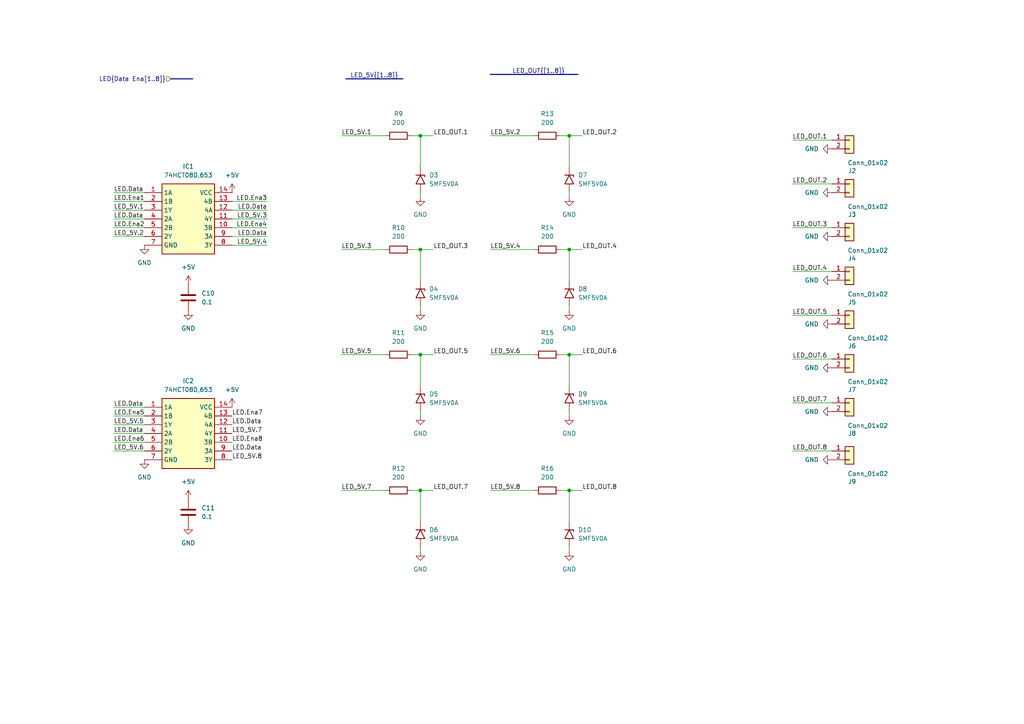
<source format=kicad_sch>
(kicad_sch
	(version 20250114)
	(generator "eeschema")
	(generator_version "9.0")
	(uuid "3ecf4819-954c-4525-8ff1-450413c0e195")
	(paper "A4")
	(lib_symbols
		(symbol "74HCT08D_653:74HCT08D,653"
			(exclude_from_sim no)
			(in_bom yes)
			(on_board yes)
			(property "Reference" "IC"
				(at 21.59 7.62 0)
				(effects
					(font
						(size 1.27 1.27)
					)
					(justify left top)
				)
			)
			(property "Value" "74HCT08D,653"
				(at 21.59 5.08 0)
				(effects
					(font
						(size 1.27 1.27)
					)
					(justify left top)
				)
			)
			(property "Footprint" "ProjLibrary:SOIC127P600X175-14N"
				(at 21.59 -94.92 0)
				(effects
					(font
						(size 1.27 1.27)
					)
					(justify left top)
					(hide yes)
				)
			)
			(property "Datasheet" "https://assets.nexperia.com/documents/data-sheet/74HC_HCT08.pdf"
				(at 21.59 -194.92 0)
				(effects
					(font
						(size 1.27 1.27)
					)
					(justify left top)
					(hide yes)
				)
			)
			(property "Description" "NEXPERIA - 74HCT08D,653 - LOGIC, AND GATE, QUAD, SOIC-14"
				(at 0 0 0)
				(effects
					(font
						(size 1.27 1.27)
					)
					(hide yes)
				)
			)
			(property "Height" "1.75"
				(at 21.59 -394.92 0)
				(effects
					(font
						(size 1.27 1.27)
					)
					(justify left top)
					(hide yes)
				)
			)
			(property "Manufacturer_Name" "Nexperia"
				(at 21.59 -494.92 0)
				(effects
					(font
						(size 1.27 1.27)
					)
					(justify left top)
					(hide yes)
				)
			)
			(property "Manufacturer_Part_Number" "74HCT08D,653"
				(at 21.59 -594.92 0)
				(effects
					(font
						(size 1.27 1.27)
					)
					(justify left top)
					(hide yes)
				)
			)
			(property "Mouser Part Number" "771-74HCT08D-T"
				(at 21.59 -694.92 0)
				(effects
					(font
						(size 1.27 1.27)
					)
					(justify left top)
					(hide yes)
				)
			)
			(property "Mouser Price/Stock" "https://www.mouser.co.uk/ProductDetail/Nexperia/74HCT08D653?qs=P62ublwmbi%2FVqrphIExzHg%3D%3D"
				(at 21.59 -794.92 0)
				(effects
					(font
						(size 1.27 1.27)
					)
					(justify left top)
					(hide yes)
				)
			)
			(property "Arrow Part Number" "74HCT08D,653"
				(at 21.59 -894.92 0)
				(effects
					(font
						(size 1.27 1.27)
					)
					(justify left top)
					(hide yes)
				)
			)
			(property "Arrow Price/Stock" "https://www.arrow.com/en/products/74hct08d653/nexperia?utm_currency=USD&region=europe"
				(at 21.59 -994.92 0)
				(effects
					(font
						(size 1.27 1.27)
					)
					(justify left top)
					(hide yes)
				)
			)
			(symbol "74HCT08D,653_1_1"
				(rectangle
					(start 5.08 2.54)
					(end 20.32 -17.78)
					(stroke
						(width 0.254)
						(type default)
					)
					(fill
						(type background)
					)
				)
				(pin passive line
					(at 0 0 0)
					(length 5.08)
					(name "1A"
						(effects
							(font
								(size 1.27 1.27)
							)
						)
					)
					(number "1"
						(effects
							(font
								(size 1.27 1.27)
							)
						)
					)
				)
				(pin passive line
					(at 0 -2.54 0)
					(length 5.08)
					(name "1B"
						(effects
							(font
								(size 1.27 1.27)
							)
						)
					)
					(number "2"
						(effects
							(font
								(size 1.27 1.27)
							)
						)
					)
				)
				(pin passive line
					(at 0 -5.08 0)
					(length 5.08)
					(name "1Y"
						(effects
							(font
								(size 1.27 1.27)
							)
						)
					)
					(number "3"
						(effects
							(font
								(size 1.27 1.27)
							)
						)
					)
				)
				(pin passive line
					(at 0 -7.62 0)
					(length 5.08)
					(name "2A"
						(effects
							(font
								(size 1.27 1.27)
							)
						)
					)
					(number "4"
						(effects
							(font
								(size 1.27 1.27)
							)
						)
					)
				)
				(pin passive line
					(at 0 -10.16 0)
					(length 5.08)
					(name "2B"
						(effects
							(font
								(size 1.27 1.27)
							)
						)
					)
					(number "5"
						(effects
							(font
								(size 1.27 1.27)
							)
						)
					)
				)
				(pin passive line
					(at 0 -12.7 0)
					(length 5.08)
					(name "2Y"
						(effects
							(font
								(size 1.27 1.27)
							)
						)
					)
					(number "6"
						(effects
							(font
								(size 1.27 1.27)
							)
						)
					)
				)
				(pin passive line
					(at 0 -15.24 0)
					(length 5.08)
					(name "GND"
						(effects
							(font
								(size 1.27 1.27)
							)
						)
					)
					(number "7"
						(effects
							(font
								(size 1.27 1.27)
							)
						)
					)
				)
				(pin passive line
					(at 25.4 0 180)
					(length 5.08)
					(name "VCC"
						(effects
							(font
								(size 1.27 1.27)
							)
						)
					)
					(number "14"
						(effects
							(font
								(size 1.27 1.27)
							)
						)
					)
				)
				(pin passive line
					(at 25.4 -2.54 180)
					(length 5.08)
					(name "4B"
						(effects
							(font
								(size 1.27 1.27)
							)
						)
					)
					(number "13"
						(effects
							(font
								(size 1.27 1.27)
							)
						)
					)
				)
				(pin passive line
					(at 25.4 -5.08 180)
					(length 5.08)
					(name "4A"
						(effects
							(font
								(size 1.27 1.27)
							)
						)
					)
					(number "12"
						(effects
							(font
								(size 1.27 1.27)
							)
						)
					)
				)
				(pin passive line
					(at 25.4 -7.62 180)
					(length 5.08)
					(name "4Y"
						(effects
							(font
								(size 1.27 1.27)
							)
						)
					)
					(number "11"
						(effects
							(font
								(size 1.27 1.27)
							)
						)
					)
				)
				(pin passive line
					(at 25.4 -10.16 180)
					(length 5.08)
					(name "3B"
						(effects
							(font
								(size 1.27 1.27)
							)
						)
					)
					(number "10"
						(effects
							(font
								(size 1.27 1.27)
							)
						)
					)
				)
				(pin passive line
					(at 25.4 -12.7 180)
					(length 5.08)
					(name "3A"
						(effects
							(font
								(size 1.27 1.27)
							)
						)
					)
					(number "9"
						(effects
							(font
								(size 1.27 1.27)
							)
						)
					)
				)
				(pin passive line
					(at 25.4 -15.24 180)
					(length 5.08)
					(name "3Y"
						(effects
							(font
								(size 1.27 1.27)
							)
						)
					)
					(number "8"
						(effects
							(font
								(size 1.27 1.27)
							)
						)
					)
				)
			)
			(embedded_fonts no)
		)
		(symbol "Connector_Generic:Conn_01x02"
			(pin_names
				(offset 1.016)
				(hide yes)
			)
			(exclude_from_sim no)
			(in_bom yes)
			(on_board yes)
			(property "Reference" "J"
				(at 0 2.54 0)
				(effects
					(font
						(size 1.27 1.27)
					)
				)
			)
			(property "Value" "Conn_01x02"
				(at 0 -5.08 0)
				(effects
					(font
						(size 1.27 1.27)
					)
				)
			)
			(property "Footprint" ""
				(at 0 0 0)
				(effects
					(font
						(size 1.27 1.27)
					)
					(hide yes)
				)
			)
			(property "Datasheet" "~"
				(at 0 0 0)
				(effects
					(font
						(size 1.27 1.27)
					)
					(hide yes)
				)
			)
			(property "Description" "Generic connector, single row, 01x02, script generated (kicad-library-utils/schlib/autogen/connector/)"
				(at 0 0 0)
				(effects
					(font
						(size 1.27 1.27)
					)
					(hide yes)
				)
			)
			(property "ki_keywords" "connector"
				(at 0 0 0)
				(effects
					(font
						(size 1.27 1.27)
					)
					(hide yes)
				)
			)
			(property "ki_fp_filters" "Connector*:*_1x??_*"
				(at 0 0 0)
				(effects
					(font
						(size 1.27 1.27)
					)
					(hide yes)
				)
			)
			(symbol "Conn_01x02_1_1"
				(rectangle
					(start -1.27 1.27)
					(end 1.27 -3.81)
					(stroke
						(width 0.254)
						(type default)
					)
					(fill
						(type background)
					)
				)
				(rectangle
					(start -1.27 0.127)
					(end 0 -0.127)
					(stroke
						(width 0.1524)
						(type default)
					)
					(fill
						(type none)
					)
				)
				(rectangle
					(start -1.27 -2.413)
					(end 0 -2.667)
					(stroke
						(width 0.1524)
						(type default)
					)
					(fill
						(type none)
					)
				)
				(pin passive line
					(at -5.08 0 0)
					(length 3.81)
					(name "Pin_1"
						(effects
							(font
								(size 1.27 1.27)
							)
						)
					)
					(number "1"
						(effects
							(font
								(size 1.27 1.27)
							)
						)
					)
				)
				(pin passive line
					(at -5.08 -2.54 0)
					(length 3.81)
					(name "Pin_2"
						(effects
							(font
								(size 1.27 1.27)
							)
						)
					)
					(number "2"
						(effects
							(font
								(size 1.27 1.27)
							)
						)
					)
				)
			)
			(embedded_fonts no)
		)
		(symbol "Device:C"
			(pin_numbers
				(hide yes)
			)
			(pin_names
				(offset 0.254)
			)
			(exclude_from_sim no)
			(in_bom yes)
			(on_board yes)
			(property "Reference" "C"
				(at 0.635 2.54 0)
				(effects
					(font
						(size 1.27 1.27)
					)
					(justify left)
				)
			)
			(property "Value" "C"
				(at 0.635 -2.54 0)
				(effects
					(font
						(size 1.27 1.27)
					)
					(justify left)
				)
			)
			(property "Footprint" ""
				(at 0.9652 -3.81 0)
				(effects
					(font
						(size 1.27 1.27)
					)
					(hide yes)
				)
			)
			(property "Datasheet" "~"
				(at 0 0 0)
				(effects
					(font
						(size 1.27 1.27)
					)
					(hide yes)
				)
			)
			(property "Description" "Unpolarized capacitor"
				(at 0 0 0)
				(effects
					(font
						(size 1.27 1.27)
					)
					(hide yes)
				)
			)
			(property "ki_keywords" "cap capacitor"
				(at 0 0 0)
				(effects
					(font
						(size 1.27 1.27)
					)
					(hide yes)
				)
			)
			(property "ki_fp_filters" "C_*"
				(at 0 0 0)
				(effects
					(font
						(size 1.27 1.27)
					)
					(hide yes)
				)
			)
			(symbol "C_0_1"
				(polyline
					(pts
						(xy -2.032 0.762) (xy 2.032 0.762)
					)
					(stroke
						(width 0.508)
						(type default)
					)
					(fill
						(type none)
					)
				)
				(polyline
					(pts
						(xy -2.032 -0.762) (xy 2.032 -0.762)
					)
					(stroke
						(width 0.508)
						(type default)
					)
					(fill
						(type none)
					)
				)
			)
			(symbol "C_1_1"
				(pin passive line
					(at 0 3.81 270)
					(length 2.794)
					(name "~"
						(effects
							(font
								(size 1.27 1.27)
							)
						)
					)
					(number "1"
						(effects
							(font
								(size 1.27 1.27)
							)
						)
					)
				)
				(pin passive line
					(at 0 -3.81 90)
					(length 2.794)
					(name "~"
						(effects
							(font
								(size 1.27 1.27)
							)
						)
					)
					(number "2"
						(effects
							(font
								(size 1.27 1.27)
							)
						)
					)
				)
			)
			(embedded_fonts no)
		)
		(symbol "Device:R"
			(pin_numbers
				(hide yes)
			)
			(pin_names
				(offset 0)
			)
			(exclude_from_sim no)
			(in_bom yes)
			(on_board yes)
			(property "Reference" "R"
				(at 2.032 0 90)
				(effects
					(font
						(size 1.27 1.27)
					)
				)
			)
			(property "Value" "R"
				(at 0 0 90)
				(effects
					(font
						(size 1.27 1.27)
					)
				)
			)
			(property "Footprint" ""
				(at -1.778 0 90)
				(effects
					(font
						(size 1.27 1.27)
					)
					(hide yes)
				)
			)
			(property "Datasheet" "~"
				(at 0 0 0)
				(effects
					(font
						(size 1.27 1.27)
					)
					(hide yes)
				)
			)
			(property "Description" "Resistor"
				(at 0 0 0)
				(effects
					(font
						(size 1.27 1.27)
					)
					(hide yes)
				)
			)
			(property "ki_keywords" "R res resistor"
				(at 0 0 0)
				(effects
					(font
						(size 1.27 1.27)
					)
					(hide yes)
				)
			)
			(property "ki_fp_filters" "R_*"
				(at 0 0 0)
				(effects
					(font
						(size 1.27 1.27)
					)
					(hide yes)
				)
			)
			(symbol "R_0_1"
				(rectangle
					(start -1.016 -2.54)
					(end 1.016 2.54)
					(stroke
						(width 0.254)
						(type default)
					)
					(fill
						(type none)
					)
				)
			)
			(symbol "R_1_1"
				(pin passive line
					(at 0 3.81 270)
					(length 1.27)
					(name "~"
						(effects
							(font
								(size 1.27 1.27)
							)
						)
					)
					(number "1"
						(effects
							(font
								(size 1.27 1.27)
							)
						)
					)
				)
				(pin passive line
					(at 0 -3.81 90)
					(length 1.27)
					(name "~"
						(effects
							(font
								(size 1.27 1.27)
							)
						)
					)
					(number "2"
						(effects
							(font
								(size 1.27 1.27)
							)
						)
					)
				)
			)
			(embedded_fonts no)
		)
		(symbol "Diode:SMF5V0A"
			(pin_numbers
				(hide yes)
			)
			(pin_names
				(offset 1.016)
				(hide yes)
			)
			(exclude_from_sim no)
			(in_bom yes)
			(on_board yes)
			(property "Reference" "D"
				(at 0 2.54 0)
				(effects
					(font
						(size 1.27 1.27)
					)
				)
			)
			(property "Value" "SMF5V0A"
				(at 0 -2.54 0)
				(effects
					(font
						(size 1.27 1.27)
					)
				)
			)
			(property "Footprint" "Diode_SMD:D_SMF"
				(at 0 -5.08 0)
				(effects
					(font
						(size 1.27 1.27)
					)
					(hide yes)
				)
			)
			(property "Datasheet" "https://www.vishay.com/doc?85881"
				(at -1.27 0 0)
				(effects
					(font
						(size 1.27 1.27)
					)
					(hide yes)
				)
			)
			(property "Description" "200W unidirectional Transil Transient Voltage Suppressor, 5Vrwm, SMF"
				(at 0 0 0)
				(effects
					(font
						(size 1.27 1.27)
					)
					(hide yes)
				)
			)
			(property "ki_keywords" "diode TVS voltage suppressor"
				(at 0 0 0)
				(effects
					(font
						(size 1.27 1.27)
					)
					(hide yes)
				)
			)
			(property "ki_fp_filters" "D*SMF*"
				(at 0 0 0)
				(effects
					(font
						(size 1.27 1.27)
					)
					(hide yes)
				)
			)
			(symbol "SMF5V0A_0_1"
				(polyline
					(pts
						(xy -0.762 1.27) (xy -1.27 1.27) (xy -1.27 -1.27)
					)
					(stroke
						(width 0.254)
						(type default)
					)
					(fill
						(type none)
					)
				)
				(polyline
					(pts
						(xy 1.27 1.27) (xy 1.27 -1.27) (xy -1.27 0) (xy 1.27 1.27)
					)
					(stroke
						(width 0.254)
						(type default)
					)
					(fill
						(type none)
					)
				)
			)
			(symbol "SMF5V0A_1_1"
				(pin passive line
					(at -3.81 0 0)
					(length 2.54)
					(name "A1"
						(effects
							(font
								(size 1.27 1.27)
							)
						)
					)
					(number "1"
						(effects
							(font
								(size 1.27 1.27)
							)
						)
					)
				)
				(pin passive line
					(at 3.81 0 180)
					(length 2.54)
					(name "A2"
						(effects
							(font
								(size 1.27 1.27)
							)
						)
					)
					(number "2"
						(effects
							(font
								(size 1.27 1.27)
							)
						)
					)
				)
			)
			(embedded_fonts no)
		)
		(symbol "power:+5V"
			(power)
			(pin_numbers
				(hide yes)
			)
			(pin_names
				(offset 0)
				(hide yes)
			)
			(exclude_from_sim no)
			(in_bom yes)
			(on_board yes)
			(property "Reference" "#PWR"
				(at 0 -3.81 0)
				(effects
					(font
						(size 1.27 1.27)
					)
					(hide yes)
				)
			)
			(property "Value" "+5V"
				(at 0 3.556 0)
				(effects
					(font
						(size 1.27 1.27)
					)
				)
			)
			(property "Footprint" ""
				(at 0 0 0)
				(effects
					(font
						(size 1.27 1.27)
					)
					(hide yes)
				)
			)
			(property "Datasheet" ""
				(at 0 0 0)
				(effects
					(font
						(size 1.27 1.27)
					)
					(hide yes)
				)
			)
			(property "Description" "Power symbol creates a global label with name \"+5V\""
				(at 0 0 0)
				(effects
					(font
						(size 1.27 1.27)
					)
					(hide yes)
				)
			)
			(property "ki_keywords" "global power"
				(at 0 0 0)
				(effects
					(font
						(size 1.27 1.27)
					)
					(hide yes)
				)
			)
			(symbol "+5V_0_1"
				(polyline
					(pts
						(xy -0.762 1.27) (xy 0 2.54)
					)
					(stroke
						(width 0)
						(type default)
					)
					(fill
						(type none)
					)
				)
				(polyline
					(pts
						(xy 0 2.54) (xy 0.762 1.27)
					)
					(stroke
						(width 0)
						(type default)
					)
					(fill
						(type none)
					)
				)
				(polyline
					(pts
						(xy 0 0) (xy 0 2.54)
					)
					(stroke
						(width 0)
						(type default)
					)
					(fill
						(type none)
					)
				)
			)
			(symbol "+5V_1_1"
				(pin power_in line
					(at 0 0 90)
					(length 0)
					(name "~"
						(effects
							(font
								(size 1.27 1.27)
							)
						)
					)
					(number "1"
						(effects
							(font
								(size 1.27 1.27)
							)
						)
					)
				)
			)
			(embedded_fonts no)
		)
		(symbol "power:GND"
			(power)
			(pin_numbers
				(hide yes)
			)
			(pin_names
				(offset 0)
				(hide yes)
			)
			(exclude_from_sim no)
			(in_bom yes)
			(on_board yes)
			(property "Reference" "#PWR"
				(at 0 -6.35 0)
				(effects
					(font
						(size 1.27 1.27)
					)
					(hide yes)
				)
			)
			(property "Value" "GND"
				(at 0 -3.81 0)
				(effects
					(font
						(size 1.27 1.27)
					)
				)
			)
			(property "Footprint" ""
				(at 0 0 0)
				(effects
					(font
						(size 1.27 1.27)
					)
					(hide yes)
				)
			)
			(property "Datasheet" ""
				(at 0 0 0)
				(effects
					(font
						(size 1.27 1.27)
					)
					(hide yes)
				)
			)
			(property "Description" "Power symbol creates a global label with name \"GND\" , ground"
				(at 0 0 0)
				(effects
					(font
						(size 1.27 1.27)
					)
					(hide yes)
				)
			)
			(property "ki_keywords" "global power"
				(at 0 0 0)
				(effects
					(font
						(size 1.27 1.27)
					)
					(hide yes)
				)
			)
			(symbol "GND_0_1"
				(polyline
					(pts
						(xy 0 0) (xy 0 -1.27) (xy 1.27 -1.27) (xy 0 -2.54) (xy -1.27 -1.27) (xy 0 -1.27)
					)
					(stroke
						(width 0)
						(type default)
					)
					(fill
						(type none)
					)
				)
			)
			(symbol "GND_1_1"
				(pin power_in line
					(at 0 0 270)
					(length 0)
					(name "~"
						(effects
							(font
								(size 1.27 1.27)
							)
						)
					)
					(number "1"
						(effects
							(font
								(size 1.27 1.27)
							)
						)
					)
				)
			)
			(embedded_fonts no)
		)
	)
	(junction
		(at 165.1 142.24)
		(diameter 0)
		(color 0 0 0 0)
		(uuid "176a33c7-c58c-4d61-94a5-d194b5e19f7f")
	)
	(junction
		(at 165.1 72.39)
		(diameter 0)
		(color 0 0 0 0)
		(uuid "37fd687a-0921-4865-b269-b7262ab2a31c")
	)
	(junction
		(at 121.92 142.24)
		(diameter 0)
		(color 0 0 0 0)
		(uuid "3b6cf2d3-c845-4215-8512-d6ec66bf7c26")
	)
	(junction
		(at 121.92 72.39)
		(diameter 0)
		(color 0 0 0 0)
		(uuid "7b667c79-7a4c-410b-bee9-a8827ef711e8")
	)
	(junction
		(at 121.92 39.37)
		(diameter 0)
		(color 0 0 0 0)
		(uuid "bff77c07-f383-42ac-9d97-a418e6224005")
	)
	(junction
		(at 165.1 102.87)
		(diameter 0)
		(color 0 0 0 0)
		(uuid "c780a81b-61d0-4aa3-999f-1313ee133eff")
	)
	(junction
		(at 165.1 39.37)
		(diameter 0)
		(color 0 0 0 0)
		(uuid "d30cf0b7-9805-49ab-9d4f-617a77a3baca")
	)
	(junction
		(at 121.92 102.87)
		(diameter 0)
		(color 0 0 0 0)
		(uuid "f9e94d07-8780-4177-ae2f-91e29d24a9b1")
	)
	(wire
		(pts
			(xy 121.92 142.24) (xy 121.92 151.13)
		)
		(stroke
			(width 0)
			(type default)
		)
		(uuid "02933502-b474-4fe6-89f0-91aa606d545e")
	)
	(wire
		(pts
			(xy 165.1 142.24) (xy 168.91 142.24)
		)
		(stroke
			(width 0)
			(type default)
		)
		(uuid "0627876e-0ec8-41d7-8790-47b5b890e21d")
	)
	(wire
		(pts
			(xy 165.1 55.88) (xy 165.1 57.15)
		)
		(stroke
			(width 0)
			(type default)
		)
		(uuid "0a44d2a1-a9ed-4621-9be5-ce3a0c22bd51")
	)
	(wire
		(pts
			(xy 33.02 58.42) (xy 41.91 58.42)
		)
		(stroke
			(width 0)
			(type default)
		)
		(uuid "0a904f15-4a93-47ad-a5c6-bb5ab2c77051")
	)
	(wire
		(pts
			(xy 77.47 63.5) (xy 67.31 63.5)
		)
		(stroke
			(width 0)
			(type default)
		)
		(uuid "0f75fce7-fe52-42ef-8b6d-fab5159c0659")
	)
	(wire
		(pts
			(xy 162.56 39.37) (xy 165.1 39.37)
		)
		(stroke
			(width 0)
			(type default)
		)
		(uuid "1857822c-02dd-45d5-85c2-a8c3cfcd1215")
	)
	(wire
		(pts
			(xy 142.24 72.39) (xy 154.94 72.39)
		)
		(stroke
			(width 0)
			(type default)
		)
		(uuid "21d66aa5-be4d-4c30-a8b7-2b4e5a33c27a")
	)
	(wire
		(pts
			(xy 99.06 72.39) (xy 111.76 72.39)
		)
		(stroke
			(width 0)
			(type default)
		)
		(uuid "263558f1-1582-45c1-bbbb-5b59be430b65")
	)
	(wire
		(pts
			(xy 121.92 158.75) (xy 121.92 160.02)
		)
		(stroke
			(width 0)
			(type default)
		)
		(uuid "27867ee2-77bd-4cdf-ae1e-dedd0da86a8b")
	)
	(bus
		(pts
			(xy 100.33 22.86) (xy 116.84 22.86)
		)
		(stroke
			(width 0)
			(type default)
		)
		(uuid "2a8dfabf-89ab-453c-bc10-18ec4a9b5584")
	)
	(wire
		(pts
			(xy 121.92 39.37) (xy 121.92 48.26)
		)
		(stroke
			(width 0)
			(type default)
		)
		(uuid "2ddd90c6-3e9a-4983-a7c5-b9e5117629db")
	)
	(wire
		(pts
			(xy 33.02 55.88) (xy 41.91 55.88)
		)
		(stroke
			(width 0)
			(type default)
		)
		(uuid "3098a8aa-3522-40df-aff5-1c08c7e56ffd")
	)
	(wire
		(pts
			(xy 33.02 118.11) (xy 41.91 118.11)
		)
		(stroke
			(width 0)
			(type default)
		)
		(uuid "313c2331-f73b-41a6-bb00-05f2d3cfa0ba")
	)
	(wire
		(pts
			(xy 165.1 102.87) (xy 168.91 102.87)
		)
		(stroke
			(width 0)
			(type default)
		)
		(uuid "37631a70-4ac2-4d67-91bd-8fde05260200")
	)
	(wire
		(pts
			(xy 67.31 68.58) (xy 77.47 68.58)
		)
		(stroke
			(width 0)
			(type default)
		)
		(uuid "39f23dd9-aa4e-405a-a89f-b73a42224ded")
	)
	(wire
		(pts
			(xy 33.02 68.58) (xy 41.91 68.58)
		)
		(stroke
			(width 0)
			(type default)
		)
		(uuid "3a299d7e-4f5f-4a8d-b79d-9d7a82038fac")
	)
	(wire
		(pts
			(xy 229.87 104.14) (xy 241.3 104.14)
		)
		(stroke
			(width 0)
			(type default)
		)
		(uuid "42efce5c-81fc-45b6-a07f-06485a33e2a8")
	)
	(wire
		(pts
			(xy 77.47 71.12) (xy 67.31 71.12)
		)
		(stroke
			(width 0)
			(type default)
		)
		(uuid "4cce898c-5091-4b7a-a8c5-6e999ae3db2c")
	)
	(wire
		(pts
			(xy 119.38 102.87) (xy 121.92 102.87)
		)
		(stroke
			(width 0)
			(type default)
		)
		(uuid "4ce8fb8c-730e-4005-93e8-db7b8828c4c3")
	)
	(wire
		(pts
			(xy 229.87 53.34) (xy 241.3 53.34)
		)
		(stroke
			(width 0)
			(type default)
		)
		(uuid "4e36998c-ef7e-4c94-984d-b6433fe4ff7a")
	)
	(wire
		(pts
			(xy 99.06 142.24) (xy 111.76 142.24)
		)
		(stroke
			(width 0)
			(type default)
		)
		(uuid "4e5d4817-cd80-4800-b616-2c2375098aa5")
	)
	(wire
		(pts
			(xy 33.02 123.19) (xy 41.91 123.19)
		)
		(stroke
			(width 0)
			(type default)
		)
		(uuid "5061dafb-8075-44c1-a613-f2ded7a9dd06")
	)
	(wire
		(pts
			(xy 99.06 102.87) (xy 111.76 102.87)
		)
		(stroke
			(width 0)
			(type default)
		)
		(uuid "5ba943f3-2010-4174-b4c0-e9cf5463b510")
	)
	(wire
		(pts
			(xy 33.02 130.81) (xy 41.91 130.81)
		)
		(stroke
			(width 0)
			(type default)
		)
		(uuid "5dc95770-9c3b-4224-a990-18d5f23532b9")
	)
	(wire
		(pts
			(xy 162.56 142.24) (xy 165.1 142.24)
		)
		(stroke
			(width 0)
			(type default)
		)
		(uuid "669bd792-90b8-4484-b558-6a1999235764")
	)
	(wire
		(pts
			(xy 99.06 39.37) (xy 111.76 39.37)
		)
		(stroke
			(width 0)
			(type default)
		)
		(uuid "6722d261-a3f0-43e3-a818-9ae1740551df")
	)
	(wire
		(pts
			(xy 119.38 39.37) (xy 121.92 39.37)
		)
		(stroke
			(width 0)
			(type default)
		)
		(uuid "67583f1e-8614-4a9a-a009-f8b4ca3565c2")
	)
	(wire
		(pts
			(xy 165.1 158.75) (xy 165.1 160.02)
		)
		(stroke
			(width 0)
			(type default)
		)
		(uuid "68188969-2056-4795-8c23-9eb794ecad20")
	)
	(wire
		(pts
			(xy 229.87 40.64) (xy 241.3 40.64)
		)
		(stroke
			(width 0)
			(type default)
		)
		(uuid "6bf38caf-b576-4fbb-9a78-a9928e758a8b")
	)
	(wire
		(pts
			(xy 33.02 125.73) (xy 41.91 125.73)
		)
		(stroke
			(width 0)
			(type default)
		)
		(uuid "6da6253b-c5fe-459a-bd9a-d40078173e15")
	)
	(wire
		(pts
			(xy 33.02 60.96) (xy 41.91 60.96)
		)
		(stroke
			(width 0)
			(type default)
		)
		(uuid "7484c483-5148-47d4-9a2b-88df0c0145f5")
	)
	(wire
		(pts
			(xy 121.92 102.87) (xy 121.92 111.76)
		)
		(stroke
			(width 0)
			(type default)
		)
		(uuid "74aa3e8d-6c4c-44e7-801f-79dd6665b04a")
	)
	(wire
		(pts
			(xy 33.02 120.65) (xy 41.91 120.65)
		)
		(stroke
			(width 0)
			(type default)
		)
		(uuid "7689e24a-ae7d-412f-98c0-b52d97d204a3")
	)
	(wire
		(pts
			(xy 119.38 142.24) (xy 121.92 142.24)
		)
		(stroke
			(width 0)
			(type default)
		)
		(uuid "779ea621-2e38-4508-a04a-8329af898bc7")
	)
	(wire
		(pts
			(xy 33.02 66.04) (xy 41.91 66.04)
		)
		(stroke
			(width 0)
			(type default)
		)
		(uuid "7cf60353-1fd8-4c5f-8a21-96abef80e6f8")
	)
	(wire
		(pts
			(xy 142.24 142.24) (xy 154.94 142.24)
		)
		(stroke
			(width 0)
			(type default)
		)
		(uuid "80858e61-b3dc-48bd-ba15-77071c58fd7d")
	)
	(wire
		(pts
			(xy 165.1 119.38) (xy 165.1 120.65)
		)
		(stroke
			(width 0)
			(type default)
		)
		(uuid "80df5570-a91c-41c5-a6ad-2cec6a44a0f0")
	)
	(wire
		(pts
			(xy 165.1 88.9) (xy 165.1 90.17)
		)
		(stroke
			(width 0)
			(type default)
		)
		(uuid "826c2955-0788-4d38-a68c-ccb1f746cbae")
	)
	(wire
		(pts
			(xy 121.92 72.39) (xy 125.73 72.39)
		)
		(stroke
			(width 0)
			(type default)
		)
		(uuid "83416ebd-7275-43b5-9568-c36741dd89c1")
	)
	(bus
		(pts
			(xy 49.53 22.86) (xy 55.88 22.86)
		)
		(stroke
			(width 0)
			(type default)
		)
		(uuid "8da0a50e-27ad-4c8d-9596-b7d3445be102")
	)
	(wire
		(pts
			(xy 165.1 72.39) (xy 168.91 72.39)
		)
		(stroke
			(width 0)
			(type default)
		)
		(uuid "91349036-7f8a-49a2-911e-772fa760a3f2")
	)
	(bus
		(pts
			(xy 142.24 21.59) (xy 167.64 21.59)
		)
		(stroke
			(width 0)
			(type default)
		)
		(uuid "91f9a7f1-b105-4d95-9a8b-823979365eb6")
	)
	(wire
		(pts
			(xy 165.1 39.37) (xy 168.91 39.37)
		)
		(stroke
			(width 0)
			(type default)
		)
		(uuid "92683902-4d91-4854-9979-898128b25a08")
	)
	(wire
		(pts
			(xy 142.24 39.37) (xy 154.94 39.37)
		)
		(stroke
			(width 0)
			(type default)
		)
		(uuid "9b217961-f8f9-4a9d-a040-7209793bc5a9")
	)
	(wire
		(pts
			(xy 165.1 39.37) (xy 165.1 48.26)
		)
		(stroke
			(width 0)
			(type default)
		)
		(uuid "9cf035ec-d339-4ceb-b03f-f7ef28bc99eb")
	)
	(wire
		(pts
			(xy 121.92 72.39) (xy 121.92 81.28)
		)
		(stroke
			(width 0)
			(type default)
		)
		(uuid "9d3bc18b-9e0e-4565-8ae1-507555108ff8")
	)
	(wire
		(pts
			(xy 165.1 102.87) (xy 165.1 111.76)
		)
		(stroke
			(width 0)
			(type default)
		)
		(uuid "a1061fce-0e56-4aa4-a5bd-82c25f0461c9")
	)
	(wire
		(pts
			(xy 229.87 91.44) (xy 241.3 91.44)
		)
		(stroke
			(width 0)
			(type default)
		)
		(uuid "a4bb74cd-249b-430e-b30f-b8d498b784b4")
	)
	(wire
		(pts
			(xy 121.92 119.38) (xy 121.92 120.65)
		)
		(stroke
			(width 0)
			(type default)
		)
		(uuid "b076dcbb-d2ac-4a8e-ae97-f997c58f27c2")
	)
	(wire
		(pts
			(xy 162.56 102.87) (xy 165.1 102.87)
		)
		(stroke
			(width 0)
			(type default)
		)
		(uuid "b09acbe9-cb06-4367-9c6d-50ffdf5e4f8a")
	)
	(wire
		(pts
			(xy 33.02 128.27) (xy 41.91 128.27)
		)
		(stroke
			(width 0)
			(type default)
		)
		(uuid "b2e4c269-70f9-4e9e-b4ea-65ad9464ba9f")
	)
	(wire
		(pts
			(xy 33.02 63.5) (xy 41.91 63.5)
		)
		(stroke
			(width 0)
			(type default)
		)
		(uuid "b78d4938-1a49-432f-ab49-4b3bc8f6ad8c")
	)
	(wire
		(pts
			(xy 162.56 72.39) (xy 165.1 72.39)
		)
		(stroke
			(width 0)
			(type default)
		)
		(uuid "b90878d7-4216-4df4-b858-028943e9b0fa")
	)
	(wire
		(pts
			(xy 67.31 66.04) (xy 77.47 66.04)
		)
		(stroke
			(width 0)
			(type default)
		)
		(uuid "bc171920-911a-4b4e-9335-e801c346bc0d")
	)
	(wire
		(pts
			(xy 121.92 142.24) (xy 125.73 142.24)
		)
		(stroke
			(width 0)
			(type default)
		)
		(uuid "bfd6c6b4-0d26-43d8-aa6b-9734ac7acb2c")
	)
	(wire
		(pts
			(xy 142.24 102.87) (xy 154.94 102.87)
		)
		(stroke
			(width 0)
			(type default)
		)
		(uuid "c4755117-f54f-4cc9-b90d-e70e424e8c5d")
	)
	(wire
		(pts
			(xy 229.87 116.84) (xy 241.3 116.84)
		)
		(stroke
			(width 0)
			(type default)
		)
		(uuid "c557fa29-d812-4dbd-b5dd-a3f1d17b1bab")
	)
	(wire
		(pts
			(xy 121.92 102.87) (xy 125.73 102.87)
		)
		(stroke
			(width 0)
			(type default)
		)
		(uuid "cd0e973d-f2fb-4e2b-8bb8-ae909278ed6d")
	)
	(wire
		(pts
			(xy 67.31 58.42) (xy 77.47 58.42)
		)
		(stroke
			(width 0)
			(type default)
		)
		(uuid "cf53442c-8ebc-45f0-9a4a-2669211fb6c6")
	)
	(wire
		(pts
			(xy 165.1 72.39) (xy 165.1 81.28)
		)
		(stroke
			(width 0)
			(type default)
		)
		(uuid "d4a156cd-1f18-49cb-bedf-be3dd7aedfc6")
	)
	(wire
		(pts
			(xy 121.92 39.37) (xy 125.73 39.37)
		)
		(stroke
			(width 0)
			(type default)
		)
		(uuid "d5d8fb86-d1ed-4e57-a98a-e61da929586e")
	)
	(wire
		(pts
			(xy 229.87 78.74) (xy 241.3 78.74)
		)
		(stroke
			(width 0)
			(type default)
		)
		(uuid "e1bed6ea-3ae5-4324-84b3-bab2deb10962")
	)
	(wire
		(pts
			(xy 229.87 130.81) (xy 241.3 130.81)
		)
		(stroke
			(width 0)
			(type default)
		)
		(uuid "e30c1ca1-e23b-430d-a982-ee8e6da07cbf")
	)
	(wire
		(pts
			(xy 67.31 60.96) (xy 77.47 60.96)
		)
		(stroke
			(width 0)
			(type default)
		)
		(uuid "e47f4922-3ba3-460d-8348-cff73288b43f")
	)
	(wire
		(pts
			(xy 229.87 66.04) (xy 241.3 66.04)
		)
		(stroke
			(width 0)
			(type default)
		)
		(uuid "eb1008fb-80c1-47d2-9664-2310b65dfcb8")
	)
	(wire
		(pts
			(xy 119.38 72.39) (xy 121.92 72.39)
		)
		(stroke
			(width 0)
			(type default)
		)
		(uuid "ed7f2405-0332-42cf-a814-b995ea32bd47")
	)
	(wire
		(pts
			(xy 165.1 142.24) (xy 165.1 151.13)
		)
		(stroke
			(width 0)
			(type default)
		)
		(uuid "f087d64d-f9c8-4361-8507-23538a8577c4")
	)
	(wire
		(pts
			(xy 121.92 88.9) (xy 121.92 90.17)
		)
		(stroke
			(width 0)
			(type default)
		)
		(uuid "f1006ddb-d2f1-4d0c-bffe-bacc978e6e8a")
	)
	(wire
		(pts
			(xy 121.92 55.88) (xy 121.92 57.15)
		)
		(stroke
			(width 0)
			(type default)
		)
		(uuid "fe30a4ff-d4cc-4171-8476-42aa9195da00")
	)
	(label "LED_5V.3"
		(at 99.06 72.39 0)
		(effects
			(font
				(size 1.27 1.27)
			)
			(justify left bottom)
		)
		(uuid "013821c3-122e-487d-9386-836117793be9")
	)
	(label "LED.Ena5"
		(at 33.02 120.65 0)
		(effects
			(font
				(size 1.27 1.27)
			)
			(justify left bottom)
		)
		(uuid "01d62abc-e140-436e-8f30-b869a03677a3")
	)
	(label "LED.Data"
		(at 33.02 55.88 0)
		(effects
			(font
				(size 1.27 1.27)
			)
			(justify left bottom)
		)
		(uuid "02548979-1fab-426a-ac02-70de93454bc4")
	)
	(label "LED_5V.6"
		(at 142.24 102.87 0)
		(effects
			(font
				(size 1.27 1.27)
			)
			(justify left bottom)
		)
		(uuid "0ac63551-74a4-4517-8bea-4a473f3ad03c")
	)
	(label "LED.Ena4"
		(at 77.47 66.04 180)
		(effects
			(font
				(size 1.27 1.27)
			)
			(justify right bottom)
		)
		(uuid "0ad0ef8b-cef7-4720-b270-0e64c31de24f")
	)
	(label "LED_OUT.6"
		(at 168.91 102.87 0)
		(effects
			(font
				(size 1.27 1.27)
			)
			(justify left bottom)
		)
		(uuid "128b3788-dc6d-479c-b401-465104b7a198")
	)
	(label "LED.Data"
		(at 67.31 123.19 0)
		(effects
			(font
				(size 1.27 1.27)
			)
			(justify left bottom)
		)
		(uuid "1bffb522-f5c7-4a77-b2b1-0935dd174933")
	)
	(label "LED.Ena7"
		(at 67.31 120.65 0)
		(effects
			(font
				(size 1.27 1.27)
			)
			(justify left bottom)
		)
		(uuid "1d4c86db-053f-4432-9cd0-6d80b9730f11")
	)
	(label "LED_5V.2"
		(at 142.24 39.37 0)
		(effects
			(font
				(size 1.27 1.27)
			)
			(justify left bottom)
		)
		(uuid "1da3706b-18c7-4103-ab4f-3a079fa66c04")
	)
	(label "LED.Ena3"
		(at 77.47 58.42 180)
		(effects
			(font
				(size 1.27 1.27)
			)
			(justify right bottom)
		)
		(uuid "1fc27ecb-90b9-4af0-bb1c-509590b5870c")
	)
	(label "LED.Ena2"
		(at 33.02 66.04 0)
		(effects
			(font
				(size 1.27 1.27)
			)
			(justify left bottom)
		)
		(uuid "2d9e8248-7071-4ead-85e9-c53116e710f1")
	)
	(label "LED.Data"
		(at 67.31 130.81 0)
		(effects
			(font
				(size 1.27 1.27)
			)
			(justify left bottom)
		)
		(uuid "328eeaf4-2141-483f-b14a-03a48a5b01b5")
	)
	(label "LED.Data"
		(at 33.02 125.73 0)
		(effects
			(font
				(size 1.27 1.27)
			)
			(justify left bottom)
		)
		(uuid "3580a9fe-d941-4d6c-88ea-dc0c04138e44")
	)
	(label "LED_OUT.2"
		(at 168.91 39.37 0)
		(effects
			(font
				(size 1.27 1.27)
			)
			(justify left bottom)
		)
		(uuid "35ef94ed-0c93-4b5b-bbcc-81e56b513bb4")
	)
	(label "LED.Data"
		(at 33.02 118.11 0)
		(effects
			(font
				(size 1.27 1.27)
			)
			(justify left bottom)
		)
		(uuid "3a58cbad-55a5-413e-92e9-5f9fa4dd5a61")
	)
	(label "LED_5V.6"
		(at 33.02 130.81 0)
		(effects
			(font
				(size 1.27 1.27)
			)
			(justify left bottom)
		)
		(uuid "40fd712c-0e94-48c6-aa31-d617d28e2b18")
	)
	(label "LED_OUT.1"
		(at 229.87 40.64 0)
		(effects
			(font
				(size 1.27 1.27)
			)
			(justify left bottom)
		)
		(uuid "4394e6ae-72a2-468b-b25f-e95c6c720d89")
	)
	(label "LED_OUT.7"
		(at 125.73 142.24 0)
		(effects
			(font
				(size 1.27 1.27)
			)
			(justify left bottom)
		)
		(uuid "4638ec8c-7378-447f-bdd2-e1054ef5d3d4")
	)
	(label "LED_OUT.6"
		(at 229.87 104.14 0)
		(effects
			(font
				(size 1.27 1.27)
			)
			(justify left bottom)
		)
		(uuid "47ff6e89-dc5c-4dee-a146-3c80c986c47c")
	)
	(label "LED_5V.1"
		(at 33.02 60.96 0)
		(effects
			(font
				(size 1.27 1.27)
			)
			(justify left bottom)
		)
		(uuid "49692c5a-7ce3-4810-9340-417892fbfb02")
	)
	(label "LED_5V.8"
		(at 142.24 142.24 0)
		(effects
			(font
				(size 1.27 1.27)
			)
			(justify left bottom)
		)
		(uuid "49ebe1a7-a33e-40a7-bee6-8d216a1cf62f")
	)
	(label "LED_5V.4"
		(at 77.47 71.12 180)
		(effects
			(font
				(size 1.27 1.27)
			)
			(justify right bottom)
		)
		(uuid "51a91636-9635-41c4-b36e-5ea6ab66d5f6")
	)
	(label "LED.Ena6"
		(at 33.02 128.27 0)
		(effects
			(font
				(size 1.27 1.27)
			)
			(justify left bottom)
		)
		(uuid "5546ef73-504b-437a-b1f9-1863a4e48f9d")
	)
	(label "LED.Ena1"
		(at 33.02 58.42 0)
		(effects
			(font
				(size 1.27 1.27)
			)
			(justify left bottom)
		)
		(uuid "6126be95-f9c3-4d03-a68d-a802f7a0933b")
	)
	(label "LED_5V.7"
		(at 99.06 142.24 0)
		(effects
			(font
				(size 1.27 1.27)
			)
			(justify left bottom)
		)
		(uuid "64aa12bb-f50b-466d-ad07-5dc98b1677ca")
	)
	(label "LED_OUT.3"
		(at 229.87 66.04 0)
		(effects
			(font
				(size 1.27 1.27)
			)
			(justify left bottom)
		)
		(uuid "75231a77-82ee-4f7f-98e8-93fe188832eb")
	)
	(label "LED_5V.4"
		(at 142.24 72.39 0)
		(effects
			(font
				(size 1.27 1.27)
			)
			(justify left bottom)
		)
		(uuid "880cfefe-d7ff-4160-8648-0d34cdc440cb")
	)
	(label "LED_OUT.1"
		(at 125.73 39.37 0)
		(effects
			(font
				(size 1.27 1.27)
			)
			(justify left bottom)
		)
		(uuid "8a69fbc1-2120-4fbd-8c58-b26eff14074f")
	)
	(label "LED.Ena8"
		(at 67.31 128.27 0)
		(effects
			(font
				(size 1.27 1.27)
			)
			(justify left bottom)
		)
		(uuid "9c73c120-a16a-4ae1-a82e-f71890d7e7c3")
	)
	(label "LED_5V.7"
		(at 67.31 125.73 0)
		(effects
			(font
				(size 1.27 1.27)
			)
			(justify left bottom)
		)
		(uuid "a5c1e016-cbca-4d78-8eef-22d844d89f9b")
	)
	(label "LED.Data"
		(at 33.02 63.5 0)
		(effects
			(font
				(size 1.27 1.27)
			)
			(justify left bottom)
		)
		(uuid "ad125ef4-8dd1-4b28-8ef2-4e3621bdaa51")
	)
	(label "LED_OUT.5"
		(at 125.73 102.87 0)
		(effects
			(font
				(size 1.27 1.27)
			)
			(justify left bottom)
		)
		(uuid "ae5671e3-913b-4819-972f-08ce5d7fda01")
	)
	(label "LED_OUT.8"
		(at 229.87 130.81 0)
		(effects
			(font
				(size 1.27 1.27)
			)
			(justify left bottom)
		)
		(uuid "b21e01f3-c546-4f65-8a76-7c77277f1fea")
	)
	(label "LED_5V.5"
		(at 33.02 123.19 0)
		(effects
			(font
				(size 1.27 1.27)
			)
			(justify left bottom)
		)
		(uuid "b89a18b9-359a-4116-84e0-f907d2e6e288")
	)
	(label "LED_OUT{[1..8]}"
		(at 148.59 21.59 0)
		(effects
			(font
				(size 1.27 1.27)
			)
			(justify left bottom)
		)
		(uuid "b8fd6a32-0ab2-4af6-a934-8a38362448e8")
	)
	(label "LED_OUT.4"
		(at 168.91 72.39 0)
		(effects
			(font
				(size 1.27 1.27)
			)
			(justify left bottom)
		)
		(uuid "b95759bc-8571-4d9f-a90c-8b1dfa6c8344")
	)
	(label "LED.Data"
		(at 77.47 60.96 180)
		(effects
			(font
				(size 1.27 1.27)
			)
			(justify right bottom)
		)
		(uuid "be9072d5-bfb9-41cd-8c77-7798be125e09")
	)
	(label "LED.Data"
		(at 77.47 68.58 180)
		(effects
			(font
				(size 1.27 1.27)
			)
			(justify right bottom)
		)
		(uuid "ca0842ca-5738-48f0-ab88-ca709df2aa94")
	)
	(label "LED_OUT.4"
		(at 229.87 78.74 0)
		(effects
			(font
				(size 1.27 1.27)
			)
			(justify left bottom)
		)
		(uuid "d3bb4dac-f9d4-43a0-ad6d-45bd617d9425")
	)
	(label "LED_5V.1"
		(at 99.06 39.37 0)
		(effects
			(font
				(size 1.27 1.27)
			)
			(justify left bottom)
		)
		(uuid "d43bcbc4-cd9a-4495-b4c9-5fbd89f8f3bb")
	)
	(label "LED_OUT.8"
		(at 168.91 142.24 0)
		(effects
			(font
				(size 1.27 1.27)
			)
			(justify left bottom)
		)
		(uuid "d6fc0f7a-113c-4916-b577-03ee76dc770a")
	)
	(label "LED_OUT.7"
		(at 229.87 116.84 0)
		(effects
			(font
				(size 1.27 1.27)
			)
			(justify left bottom)
		)
		(uuid "de8a49d5-9c0d-4371-801a-89f029c8f050")
	)
	(label "LED_5V.8"
		(at 67.31 133.35 0)
		(effects
			(font
				(size 1.27 1.27)
			)
			(justify left bottom)
		)
		(uuid "df44a48f-f088-426f-8804-8352509eb58d")
	)
	(label "LED_5V.2"
		(at 33.02 68.58 0)
		(effects
			(font
				(size 1.27 1.27)
			)
			(justify left bottom)
		)
		(uuid "e2e4d289-eead-4b09-9020-4abd0522f9c4")
	)
	(label "LED_OUT.5"
		(at 229.87 91.44 0)
		(effects
			(font
				(size 1.27 1.27)
			)
			(justify left bottom)
		)
		(uuid "e802860e-d6e0-4442-bb52-fc3d4ec73c4b")
	)
	(label "LED_OUT.2"
		(at 229.87 53.34 0)
		(effects
			(font
				(size 1.27 1.27)
			)
			(justify left bottom)
		)
		(uuid "f1899ce9-fd30-4bb6-a656-32a9c4959f4a")
	)
	(label "LED_5V.3"
		(at 77.47 63.5 180)
		(effects
			(font
				(size 1.27 1.27)
			)
			(justify right bottom)
		)
		(uuid "f74affd0-2942-4af8-977f-ac92af8d15d2")
	)
	(label "LED_5V.5"
		(at 99.06 102.87 0)
		(effects
			(font
				(size 1.27 1.27)
			)
			(justify left bottom)
		)
		(uuid "fdcf5c73-5036-48f3-bc69-8fa788180367")
	)
	(label "LED_5V{[1..8]}"
		(at 101.6 22.86 0)
		(effects
			(font
				(size 1.27 1.27)
			)
			(justify left bottom)
		)
		(uuid "ff69d9ab-beed-4fc4-a603-cd125cf0adce")
	)
	(label "LED_OUT.3"
		(at 125.73 72.39 0)
		(effects
			(font
				(size 1.27 1.27)
			)
			(justify left bottom)
		)
		(uuid "ff6dce06-5152-4fb0-b51a-d4cf9b2d1a56")
	)
	(hierarchical_label "LED{Data Ena[1..8]}"
		(shape input)
		(at 49.53 22.86 180)
		(effects
			(font
				(size 1.27 1.27)
			)
			(justify right)
		)
		(uuid "3e5b6ca4-a9e5-4361-ada4-bef7bad77cb3")
	)
	(symbol
		(lib_id "Connector_Generic:Conn_01x02")
		(at 246.38 66.04 0)
		(unit 1)
		(exclude_from_sim no)
		(in_bom yes)
		(on_board yes)
		(dnp no)
		(uuid "0c1c24a4-87c3-439c-8cf6-d229d41f1427")
		(property "Reference" "J4"
			(at 247.142 74.93 0)
			(effects
				(font
					(size 1.27 1.27)
				)
			)
		)
		(property "Value" "Conn_01x02"
			(at 251.714 72.644 0)
			(effects
				(font
					(size 1.27 1.27)
				)
			)
		)
		(property "Footprint" "Connector_Phoenix_MC:PhoenixContact_MCV_1,5_2-G-3.5_1x02_P3.50mm_Vertical"
			(at 246.38 66.04 0)
			(effects
				(font
					(size 1.27 1.27)
				)
				(hide yes)
			)
		)
		(property "Datasheet" "~"
			(at 246.38 66.04 0)
			(effects
				(font
					(size 1.27 1.27)
				)
				(hide yes)
			)
		)
		(property "Description" "Generic connector, single row, 01x02, script generated (kicad-library-utils/schlib/autogen/connector/)"
			(at 246.38 66.04 0)
			(effects
				(font
					(size 1.27 1.27)
				)
				(hide yes)
			)
		)
		(pin "2"
			(uuid "4679f03b-ef75-41b0-9c9b-490f3affedd0")
		)
		(pin "1"
			(uuid "dbdc930b-e17c-4451-97fe-afda16a408e5")
		)
		(instances
			(project "StairsV2Eth_MainBoard"
				(path "/b7011f24-a95f-4b3f-a6cc-ae92e5977d54/49e57555-eb61-4b3a-9623-3a6a5eb29c3f"
					(reference "J4")
					(unit 1)
				)
			)
		)
	)
	(symbol
		(lib_id "power:GND")
		(at 241.3 133.35 270)
		(unit 1)
		(exclude_from_sim no)
		(in_bom yes)
		(on_board yes)
		(dnp no)
		(fields_autoplaced yes)
		(uuid "13e08a0d-33a2-4208-9aac-27b85f6e8493")
		(property "Reference" "#PWR049"
			(at 234.95 133.35 0)
			(effects
				(font
					(size 1.27 1.27)
				)
				(hide yes)
			)
		)
		(property "Value" "GND"
			(at 237.49 133.3499 90)
			(effects
				(font
					(size 1.27 1.27)
				)
				(justify right)
			)
		)
		(property "Footprint" ""
			(at 241.3 133.35 0)
			(effects
				(font
					(size 1.27 1.27)
				)
				(hide yes)
			)
		)
		(property "Datasheet" ""
			(at 241.3 133.35 0)
			(effects
				(font
					(size 1.27 1.27)
				)
				(hide yes)
			)
		)
		(property "Description" "Power symbol creates a global label with name \"GND\" , ground"
			(at 241.3 133.35 0)
			(effects
				(font
					(size 1.27 1.27)
				)
				(hide yes)
			)
		)
		(pin "1"
			(uuid "b29afd11-d657-46b7-84b2-a9c55888aa6f")
		)
		(instances
			(project "StairsV2Eth_MainBoard"
				(path "/b7011f24-a95f-4b3f-a6cc-ae92e5977d54/49e57555-eb61-4b3a-9623-3a6a5eb29c3f"
					(reference "#PWR049")
					(unit 1)
				)
			)
		)
	)
	(symbol
		(lib_id "Connector_Generic:Conn_01x02")
		(at 246.38 91.44 0)
		(unit 1)
		(exclude_from_sim no)
		(in_bom yes)
		(on_board yes)
		(dnp no)
		(uuid "225947f5-d39c-4fb4-9caa-87164db145d0")
		(property "Reference" "J6"
			(at 247.142 100.33 0)
			(effects
				(font
					(size 1.27 1.27)
				)
			)
		)
		(property "Value" "Conn_01x02"
			(at 251.714 98.044 0)
			(effects
				(font
					(size 1.27 1.27)
				)
			)
		)
		(property "Footprint" "Connector_Phoenix_MC:PhoenixContact_MCV_1,5_2-G-3.5_1x02_P3.50mm_Vertical"
			(at 246.38 91.44 0)
			(effects
				(font
					(size 1.27 1.27)
				)
				(hide yes)
			)
		)
		(property "Datasheet" "~"
			(at 246.38 91.44 0)
			(effects
				(font
					(size 1.27 1.27)
				)
				(hide yes)
			)
		)
		(property "Description" "Generic connector, single row, 01x02, script generated (kicad-library-utils/schlib/autogen/connector/)"
			(at 246.38 91.44 0)
			(effects
				(font
					(size 1.27 1.27)
				)
				(hide yes)
			)
		)
		(pin "2"
			(uuid "0ee11e48-3360-4ebe-8719-78dcde3520fe")
		)
		(pin "1"
			(uuid "580a86d2-804c-468a-8bac-d238f8c3d682")
		)
		(instances
			(project "StairsV2Eth_MainBoard"
				(path "/b7011f24-a95f-4b3f-a6cc-ae92e5977d54/49e57555-eb61-4b3a-9623-3a6a5eb29c3f"
					(reference "J6")
					(unit 1)
				)
			)
		)
	)
	(symbol
		(lib_id "Connector_Generic:Conn_01x02")
		(at 246.38 104.14 0)
		(unit 1)
		(exclude_from_sim no)
		(in_bom yes)
		(on_board yes)
		(dnp no)
		(uuid "2a54d7cf-cb79-43aa-b9a9-1198f14d3390")
		(property "Reference" "J7"
			(at 247.142 113.03 0)
			(effects
				(font
					(size 1.27 1.27)
				)
			)
		)
		(property "Value" "Conn_01x02"
			(at 251.714 110.744 0)
			(effects
				(font
					(size 1.27 1.27)
				)
			)
		)
		(property "Footprint" "Connector_Phoenix_MC:PhoenixContact_MCV_1,5_2-G-3.5_1x02_P3.50mm_Vertical"
			(at 246.38 104.14 0)
			(effects
				(font
					(size 1.27 1.27)
				)
				(hide yes)
			)
		)
		(property "Datasheet" "~"
			(at 246.38 104.14 0)
			(effects
				(font
					(size 1.27 1.27)
				)
				(hide yes)
			)
		)
		(property "Description" "Generic connector, single row, 01x02, script generated (kicad-library-utils/schlib/autogen/connector/)"
			(at 246.38 104.14 0)
			(effects
				(font
					(size 1.27 1.27)
				)
				(hide yes)
			)
		)
		(pin "2"
			(uuid "602b1fa2-5f99-40a1-9705-3afbc9117789")
		)
		(pin "1"
			(uuid "39bfce22-8408-44e1-b2ff-adab08280d25")
		)
		(instances
			(project "StairsV2Eth_MainBoard"
				(path "/b7011f24-a95f-4b3f-a6cc-ae92e5977d54/49e57555-eb61-4b3a-9623-3a6a5eb29c3f"
					(reference "J7")
					(unit 1)
				)
			)
		)
	)
	(symbol
		(lib_id "power:GND")
		(at 121.92 90.17 0)
		(unit 1)
		(exclude_from_sim no)
		(in_bom yes)
		(on_board yes)
		(dnp no)
		(fields_autoplaced yes)
		(uuid "3419e7e5-296a-4558-94f0-c69a96a9d568")
		(property "Reference" "#PWR035"
			(at 121.92 96.52 0)
			(effects
				(font
					(size 1.27 1.27)
				)
				(hide yes)
			)
		)
		(property "Value" "GND"
			(at 121.92 95.25 0)
			(effects
				(font
					(size 1.27 1.27)
				)
			)
		)
		(property "Footprint" ""
			(at 121.92 90.17 0)
			(effects
				(font
					(size 1.27 1.27)
				)
				(hide yes)
			)
		)
		(property "Datasheet" ""
			(at 121.92 90.17 0)
			(effects
				(font
					(size 1.27 1.27)
				)
				(hide yes)
			)
		)
		(property "Description" "Power symbol creates a global label with name \"GND\" , ground"
			(at 121.92 90.17 0)
			(effects
				(font
					(size 1.27 1.27)
				)
				(hide yes)
			)
		)
		(pin "1"
			(uuid "744c4531-bab4-445b-804d-ffb04d80432d")
		)
		(instances
			(project "StairsV2Eth_MainBoard"
				(path "/b7011f24-a95f-4b3f-a6cc-ae92e5977d54/49e57555-eb61-4b3a-9623-3a6a5eb29c3f"
					(reference "#PWR035")
					(unit 1)
				)
			)
		)
	)
	(symbol
		(lib_id "power:GND")
		(at 165.1 90.17 0)
		(unit 1)
		(exclude_from_sim no)
		(in_bom yes)
		(on_board yes)
		(dnp no)
		(fields_autoplaced yes)
		(uuid "375bca62-f329-478a-a3eb-d8c7d611f9da")
		(property "Reference" "#PWR039"
			(at 165.1 96.52 0)
			(effects
				(font
					(size 1.27 1.27)
				)
				(hide yes)
			)
		)
		(property "Value" "GND"
			(at 165.1 95.25 0)
			(effects
				(font
					(size 1.27 1.27)
				)
			)
		)
		(property "Footprint" ""
			(at 165.1 90.17 0)
			(effects
				(font
					(size 1.27 1.27)
				)
				(hide yes)
			)
		)
		(property "Datasheet" ""
			(at 165.1 90.17 0)
			(effects
				(font
					(size 1.27 1.27)
				)
				(hide yes)
			)
		)
		(property "Description" "Power symbol creates a global label with name \"GND\" , ground"
			(at 165.1 90.17 0)
			(effects
				(font
					(size 1.27 1.27)
				)
				(hide yes)
			)
		)
		(pin "1"
			(uuid "b175078c-109e-4e23-8e58-8c66e54ef8ae")
		)
		(instances
			(project "StairsV2Eth_MainBoard"
				(path "/b7011f24-a95f-4b3f-a6cc-ae92e5977d54/49e57555-eb61-4b3a-9623-3a6a5eb29c3f"
					(reference "#PWR039")
					(unit 1)
				)
			)
		)
	)
	(symbol
		(lib_id "74HCT08D_653:74HCT08D,653")
		(at 41.91 55.88 0)
		(unit 1)
		(exclude_from_sim no)
		(in_bom yes)
		(on_board yes)
		(dnp no)
		(fields_autoplaced yes)
		(uuid "37c25e4f-b5a9-43d1-9dfe-bcddcb072e68")
		(property "Reference" "IC1"
			(at 54.61 48.26 0)
			(effects
				(font
					(size 1.27 1.27)
				)
			)
		)
		(property "Value" "74HCT08D,653"
			(at 54.61 50.8 0)
			(effects
				(font
					(size 1.27 1.27)
				)
			)
		)
		(property "Footprint" "ProjLibrary:SOIC127P600X175-14N"
			(at 63.5 150.8 0)
			(effects
				(font
					(size 1.27 1.27)
				)
				(justify left top)
				(hide yes)
			)
		)
		(property "Datasheet" "https://assets.nexperia.com/documents/data-sheet/74HC_HCT08.pdf"
			(at 63.5 250.8 0)
			(effects
				(font
					(size 1.27 1.27)
				)
				(justify left top)
				(hide yes)
			)
		)
		(property "Description" "NEXPERIA - 74HCT08D,653 - LOGIC, AND GATE, QUAD, SOIC-14"
			(at 41.91 55.88 0)
			(effects
				(font
					(size 1.27 1.27)
				)
				(hide yes)
			)
		)
		(property "Height" "1.75"
			(at 63.5 450.8 0)
			(effects
				(font
					(size 1.27 1.27)
				)
				(justify left top)
				(hide yes)
			)
		)
		(property "Manufacturer_Name" "Nexperia"
			(at 63.5 550.8 0)
			(effects
				(font
					(size 1.27 1.27)
				)
				(justify left top)
				(hide yes)
			)
		)
		(property "Manufacturer_Part_Number" "74HCT08D,653"
			(at 63.5 650.8 0)
			(effects
				(font
					(size 1.27 1.27)
				)
				(justify left top)
				(hide yes)
			)
		)
		(property "Mouser Part Number" "771-74HCT08D-T"
			(at 63.5 750.8 0)
			(effects
				(font
					(size 1.27 1.27)
				)
				(justify left top)
				(hide yes)
			)
		)
		(property "Mouser Price/Stock" "https://www.mouser.co.uk/ProductDetail/Nexperia/74HCT08D653?qs=P62ublwmbi%2FVqrphIExzHg%3D%3D"
			(at 63.5 850.8 0)
			(effects
				(font
					(size 1.27 1.27)
				)
				(justify left top)
				(hide yes)
			)
		)
		(property "Arrow Part Number" "74HCT08D,653"
			(at 63.5 950.8 0)
			(effects
				(font
					(size 1.27 1.27)
				)
				(justify left top)
				(hide yes)
			)
		)
		(property "Arrow Price/Stock" "https://www.arrow.com/en/products/74hct08d653/nexperia?utm_currency=USD&region=europe"
			(at 63.5 1050.8 0)
			(effects
				(font
					(size 1.27 1.27)
				)
				(justify left top)
				(hide yes)
			)
		)
		(pin "3"
			(uuid "01b89959-7fc3-4313-9830-751e738d19f8")
		)
		(pin "1"
			(uuid "35e884f6-bc82-4382-98d0-014f842f46a6")
		)
		(pin "2"
			(uuid "3ee473ca-f102-4972-8112-77c369fcfde4")
		)
		(pin "9"
			(uuid "d9df3985-33d4-4901-8714-cc7c8fcf54e5")
		)
		(pin "8"
			(uuid "4d01dcb1-ffba-4575-b713-95d05823dfc6")
		)
		(pin "11"
			(uuid "a8500d47-5374-49ed-9834-7cc73c3dd0ff")
		)
		(pin "12"
			(uuid "e8ea2411-263f-4888-8afe-980ffa0cdda5")
		)
		(pin "13"
			(uuid "a6c2d2a4-cc03-4017-bd44-b7e67cc154c5")
		)
		(pin "4"
			(uuid "da77f6fe-81c2-494b-8db8-765352102dae")
		)
		(pin "7"
			(uuid "2faa4c77-f00a-4ef9-bc66-52ffbb8e945d")
		)
		(pin "5"
			(uuid "9ed8eaca-78ac-49f4-ab23-36e4da5b3595")
		)
		(pin "10"
			(uuid "5c5345ae-5d8a-4a4d-a04e-b96a1df8694f")
		)
		(pin "6"
			(uuid "7304f475-4a78-4a0e-9b4c-a4f137f30b7f")
		)
		(pin "14"
			(uuid "b64c465c-65ef-452f-aa09-22ffecda261e")
		)
		(instances
			(project "StairsV2Eth_MainBoard"
				(path "/b7011f24-a95f-4b3f-a6cc-ae92e5977d54/49e57555-eb61-4b3a-9623-3a6a5eb29c3f"
					(reference "IC1")
					(unit 1)
				)
			)
		)
	)
	(symbol
		(lib_id "Connector_Generic:Conn_01x02")
		(at 246.38 78.74 0)
		(unit 1)
		(exclude_from_sim no)
		(in_bom yes)
		(on_board yes)
		(dnp no)
		(uuid "3ac22dfb-17d7-48b8-92ef-84d3b2f195b0")
		(property "Reference" "J5"
			(at 247.142 87.63 0)
			(effects
				(font
					(size 1.27 1.27)
				)
			)
		)
		(property "Value" "Conn_01x02"
			(at 251.714 85.344 0)
			(effects
				(font
					(size 1.27 1.27)
				)
			)
		)
		(property "Footprint" "Connector_Phoenix_MC:PhoenixContact_MCV_1,5_2-G-3.5_1x02_P3.50mm_Vertical"
			(at 246.38 78.74 0)
			(effects
				(font
					(size 1.27 1.27)
				)
				(hide yes)
			)
		)
		(property "Datasheet" "~"
			(at 246.38 78.74 0)
			(effects
				(font
					(size 1.27 1.27)
				)
				(hide yes)
			)
		)
		(property "Description" "Generic connector, single row, 01x02, script generated (kicad-library-utils/schlib/autogen/connector/)"
			(at 246.38 78.74 0)
			(effects
				(font
					(size 1.27 1.27)
				)
				(hide yes)
			)
		)
		(pin "2"
			(uuid "978f3cbb-27ee-4d4f-85ca-de4201711306")
		)
		(pin "1"
			(uuid "21040f70-f4de-4717-830a-0f3fc3e65ffc")
		)
		(instances
			(project "StairsV2Eth_MainBoard"
				(path "/b7011f24-a95f-4b3f-a6cc-ae92e5977d54/49e57555-eb61-4b3a-9623-3a6a5eb29c3f"
					(reference "J5")
					(unit 1)
				)
			)
		)
	)
	(symbol
		(lib_id "power:+5V")
		(at 67.31 55.88 0)
		(unit 1)
		(exclude_from_sim no)
		(in_bom yes)
		(on_board yes)
		(dnp no)
		(fields_autoplaced yes)
		(uuid "403d4dc0-99cd-4479-8272-5b08ed708915")
		(property "Reference" "#PWR032"
			(at 67.31 59.69 0)
			(effects
				(font
					(size 1.27 1.27)
				)
				(hide yes)
			)
		)
		(property "Value" "+5V"
			(at 67.31 50.8 0)
			(effects
				(font
					(size 1.27 1.27)
				)
			)
		)
		(property "Footprint" ""
			(at 67.31 55.88 0)
			(effects
				(font
					(size 1.27 1.27)
				)
				(hide yes)
			)
		)
		(property "Datasheet" ""
			(at 67.31 55.88 0)
			(effects
				(font
					(size 1.27 1.27)
				)
				(hide yes)
			)
		)
		(property "Description" "Power symbol creates a global label with name \"+5V\""
			(at 67.31 55.88 0)
			(effects
				(font
					(size 1.27 1.27)
				)
				(hide yes)
			)
		)
		(pin "1"
			(uuid "1ca80d6b-cd3d-4e84-99b8-28446f4245bf")
		)
		(instances
			(project "StairsV2Eth_MainBoard"
				(path "/b7011f24-a95f-4b3f-a6cc-ae92e5977d54/49e57555-eb61-4b3a-9623-3a6a5eb29c3f"
					(reference "#PWR032")
					(unit 1)
				)
			)
		)
	)
	(symbol
		(lib_id "power:GND")
		(at 41.91 133.35 0)
		(unit 1)
		(exclude_from_sim no)
		(in_bom yes)
		(on_board yes)
		(dnp no)
		(fields_autoplaced yes)
		(uuid "458f32a0-b5ee-4ebe-9fe6-634953b548bb")
		(property "Reference" "#PWR027"
			(at 41.91 139.7 0)
			(effects
				(font
					(size 1.27 1.27)
				)
				(hide yes)
			)
		)
		(property "Value" "GND"
			(at 41.91 138.43 0)
			(effects
				(font
					(size 1.27 1.27)
				)
			)
		)
		(property "Footprint" ""
			(at 41.91 133.35 0)
			(effects
				(font
					(size 1.27 1.27)
				)
				(hide yes)
			)
		)
		(property "Datasheet" ""
			(at 41.91 133.35 0)
			(effects
				(font
					(size 1.27 1.27)
				)
				(hide yes)
			)
		)
		(property "Description" "Power symbol creates a global label with name \"GND\" , ground"
			(at 41.91 133.35 0)
			(effects
				(font
					(size 1.27 1.27)
				)
				(hide yes)
			)
		)
		(pin "1"
			(uuid "1db3a225-d10a-4126-82d9-d2c60d676a9b")
		)
		(instances
			(project "StairsV2Eth_MainBoard"
				(path "/b7011f24-a95f-4b3f-a6cc-ae92e5977d54/49e57555-eb61-4b3a-9623-3a6a5eb29c3f"
					(reference "#PWR027")
					(unit 1)
				)
			)
		)
	)
	(symbol
		(lib_id "74HCT08D_653:74HCT08D,653")
		(at 41.91 118.11 0)
		(unit 1)
		(exclude_from_sim no)
		(in_bom yes)
		(on_board yes)
		(dnp no)
		(fields_autoplaced yes)
		(uuid "46f476c0-7ed4-43fc-9004-133222437586")
		(property "Reference" "IC2"
			(at 54.61 110.49 0)
			(effects
				(font
					(size 1.27 1.27)
				)
			)
		)
		(property "Value" "74HCT08D,653"
			(at 54.61 113.03 0)
			(effects
				(font
					(size 1.27 1.27)
				)
			)
		)
		(property "Footprint" "ProjLibrary:SOIC127P600X175-14N"
			(at 63.5 213.03 0)
			(effects
				(font
					(size 1.27 1.27)
				)
				(justify left top)
				(hide yes)
			)
		)
		(property "Datasheet" "https://assets.nexperia.com/documents/data-sheet/74HC_HCT08.pdf"
			(at 63.5 313.03 0)
			(effects
				(font
					(size 1.27 1.27)
				)
				(justify left top)
				(hide yes)
			)
		)
		(property "Description" "NEXPERIA - 74HCT08D,653 - LOGIC, AND GATE, QUAD, SOIC-14"
			(at 41.91 118.11 0)
			(effects
				(font
					(size 1.27 1.27)
				)
				(hide yes)
			)
		)
		(property "Height" "1.75"
			(at 63.5 513.03 0)
			(effects
				(font
					(size 1.27 1.27)
				)
				(justify left top)
				(hide yes)
			)
		)
		(property "Manufacturer_Name" "Nexperia"
			(at 63.5 613.03 0)
			(effects
				(font
					(size 1.27 1.27)
				)
				(justify left top)
				(hide yes)
			)
		)
		(property "Manufacturer_Part_Number" "74HCT08D,653"
			(at 63.5 713.03 0)
			(effects
				(font
					(size 1.27 1.27)
				)
				(justify left top)
				(hide yes)
			)
		)
		(property "Mouser Part Number" "771-74HCT08D-T"
			(at 63.5 813.03 0)
			(effects
				(font
					(size 1.27 1.27)
				)
				(justify left top)
				(hide yes)
			)
		)
		(property "Mouser Price/Stock" "https://www.mouser.co.uk/ProductDetail/Nexperia/74HCT08D653?qs=P62ublwmbi%2FVqrphIExzHg%3D%3D"
			(at 63.5 913.03 0)
			(effects
				(font
					(size 1.27 1.27)
				)
				(justify left top)
				(hide yes)
			)
		)
		(property "Arrow Part Number" "74HCT08D,653"
			(at 63.5 1013.03 0)
			(effects
				(font
					(size 1.27 1.27)
				)
				(justify left top)
				(hide yes)
			)
		)
		(property "Arrow Price/Stock" "https://www.arrow.com/en/products/74hct08d653/nexperia?utm_currency=USD&region=europe"
			(at 63.5 1113.03 0)
			(effects
				(font
					(size 1.27 1.27)
				)
				(justify left top)
				(hide yes)
			)
		)
		(pin "3"
			(uuid "c389c300-6834-47f4-9fc5-87222b921879")
		)
		(pin "1"
			(uuid "4c19b5b9-10e2-47af-a7ab-5ca43a4a3108")
		)
		(pin "2"
			(uuid "daf2ff94-5181-4946-94c5-2316df64839c")
		)
		(pin "9"
			(uuid "169b1d4b-282d-4ca9-a2d2-7dc9e4c61b65")
		)
		(pin "8"
			(uuid "3ed14686-0b7f-48ce-98fb-c0ef6e0fd4ab")
		)
		(pin "11"
			(uuid "e0e1b7bf-93f3-4756-b00a-8220b7567402")
		)
		(pin "12"
			(uuid "3ac5578b-a0bf-4668-93e4-ae5efa6becee")
		)
		(pin "13"
			(uuid "0ed7f364-325c-4306-ba96-706720cadfe0")
		)
		(pin "4"
			(uuid "bf353e7d-cf97-4ede-9ed7-8841e446967f")
		)
		(pin "7"
			(uuid "6a6f6e2d-621b-4b7b-9e1f-08e357aa4af9")
		)
		(pin "5"
			(uuid "fdb8c1ba-123e-4175-9ae8-772f729f1293")
		)
		(pin "10"
			(uuid "fd5e093f-2649-429e-a6a6-8ba2f221a04c")
		)
		(pin "6"
			(uuid "1ab5c9ea-59d2-4dc8-b6f8-c309fdc90d40")
		)
		(pin "14"
			(uuid "f226747a-9442-4c54-9279-e4466fdc7fd5")
		)
		(instances
			(project "StairsV2Eth_MainBoard"
				(path "/b7011f24-a95f-4b3f-a6cc-ae92e5977d54/49e57555-eb61-4b3a-9623-3a6a5eb29c3f"
					(reference "IC2")
					(unit 1)
				)
			)
		)
	)
	(symbol
		(lib_id "power:GND")
		(at 241.3 93.98 270)
		(unit 1)
		(exclude_from_sim no)
		(in_bom yes)
		(on_board yes)
		(dnp no)
		(fields_autoplaced yes)
		(uuid "47569ff1-dbce-4701-9f44-94624c0cb2e9")
		(property "Reference" "#PWR046"
			(at 234.95 93.98 0)
			(effects
				(font
					(size 1.27 1.27)
				)
				(hide yes)
			)
		)
		(property "Value" "GND"
			(at 237.49 93.9799 90)
			(effects
				(font
					(size 1.27 1.27)
				)
				(justify right)
			)
		)
		(property "Footprint" ""
			(at 241.3 93.98 0)
			(effects
				(font
					(size 1.27 1.27)
				)
				(hide yes)
			)
		)
		(property "Datasheet" ""
			(at 241.3 93.98 0)
			(effects
				(font
					(size 1.27 1.27)
				)
				(hide yes)
			)
		)
		(property "Description" "Power symbol creates a global label with name \"GND\" , ground"
			(at 241.3 93.98 0)
			(effects
				(font
					(size 1.27 1.27)
				)
				(hide yes)
			)
		)
		(pin "1"
			(uuid "94abbb49-3c49-48a2-88ab-6a9a194fdf2f")
		)
		(instances
			(project "StairsV2Eth_MainBoard"
				(path "/b7011f24-a95f-4b3f-a6cc-ae92e5977d54/49e57555-eb61-4b3a-9623-3a6a5eb29c3f"
					(reference "#PWR046")
					(unit 1)
				)
			)
		)
	)
	(symbol
		(lib_id "Device:R")
		(at 115.57 72.39 90)
		(unit 1)
		(exclude_from_sim no)
		(in_bom yes)
		(on_board yes)
		(dnp no)
		(fields_autoplaced yes)
		(uuid "4b0b99b5-69cf-42dd-a6ac-4a9297948551")
		(property "Reference" "R10"
			(at 115.57 66.04 90)
			(effects
				(font
					(size 1.27 1.27)
				)
			)
		)
		(property "Value" "200"
			(at 115.57 68.58 90)
			(effects
				(font
					(size 1.27 1.27)
				)
			)
		)
		(property "Footprint" "Resistor_SMD:R_0805_2012Metric"
			(at 115.57 74.168 90)
			(effects
				(font
					(size 1.27 1.27)
				)
				(hide yes)
			)
		)
		(property "Datasheet" "~"
			(at 115.57 72.39 0)
			(effects
				(font
					(size 1.27 1.27)
				)
				(hide yes)
			)
		)
		(property "Description" "Resistor"
			(at 115.57 72.39 0)
			(effects
				(font
					(size 1.27 1.27)
				)
				(hide yes)
			)
		)
		(pin "2"
			(uuid "677a4cea-3505-4e99-bbd5-e76b44460eea")
		)
		(pin "1"
			(uuid "25d5cf46-d098-480a-acc0-fc441774c79f")
		)
		(instances
			(project "StairsV2Eth_MainBoard"
				(path "/b7011f24-a95f-4b3f-a6cc-ae92e5977d54/49e57555-eb61-4b3a-9623-3a6a5eb29c3f"
					(reference "R10")
					(unit 1)
				)
			)
		)
	)
	(symbol
		(lib_id "Device:R")
		(at 158.75 72.39 90)
		(unit 1)
		(exclude_from_sim no)
		(in_bom yes)
		(on_board yes)
		(dnp no)
		(fields_autoplaced yes)
		(uuid "4b5a51ef-dfff-47c2-a298-8718e589656c")
		(property "Reference" "R14"
			(at 158.75 66.04 90)
			(effects
				(font
					(size 1.27 1.27)
				)
			)
		)
		(property "Value" "200"
			(at 158.75 68.58 90)
			(effects
				(font
					(size 1.27 1.27)
				)
			)
		)
		(property "Footprint" "Resistor_SMD:R_0805_2012Metric"
			(at 158.75 74.168 90)
			(effects
				(font
					(size 1.27 1.27)
				)
				(hide yes)
			)
		)
		(property "Datasheet" "~"
			(at 158.75 72.39 0)
			(effects
				(font
					(size 1.27 1.27)
				)
				(hide yes)
			)
		)
		(property "Description" "Resistor"
			(at 158.75 72.39 0)
			(effects
				(font
					(size 1.27 1.27)
				)
				(hide yes)
			)
		)
		(pin "2"
			(uuid "5dc4e231-90e4-4eb3-8cc9-91c781f7ea1c")
		)
		(pin "1"
			(uuid "2997717c-16aa-481f-81bc-5649281083da")
		)
		(instances
			(project "StairsV2Eth_MainBoard"
				(path "/b7011f24-a95f-4b3f-a6cc-ae92e5977d54/49e57555-eb61-4b3a-9623-3a6a5eb29c3f"
					(reference "R14")
					(unit 1)
				)
			)
		)
	)
	(symbol
		(lib_id "Device:R")
		(at 115.57 102.87 90)
		(unit 1)
		(exclude_from_sim no)
		(in_bom yes)
		(on_board yes)
		(dnp no)
		(fields_autoplaced yes)
		(uuid "4d7112d5-a3be-4a3c-9952-b16ced3181bc")
		(property "Reference" "R11"
			(at 115.57 96.52 90)
			(effects
				(font
					(size 1.27 1.27)
				)
			)
		)
		(property "Value" "200"
			(at 115.57 99.06 90)
			(effects
				(font
					(size 1.27 1.27)
				)
			)
		)
		(property "Footprint" "Resistor_SMD:R_0805_2012Metric"
			(at 115.57 104.648 90)
			(effects
				(font
					(size 1.27 1.27)
				)
				(hide yes)
			)
		)
		(property "Datasheet" "~"
			(at 115.57 102.87 0)
			(effects
				(font
					(size 1.27 1.27)
				)
				(hide yes)
			)
		)
		(property "Description" "Resistor"
			(at 115.57 102.87 0)
			(effects
				(font
					(size 1.27 1.27)
				)
				(hide yes)
			)
		)
		(pin "2"
			(uuid "adb32495-39fa-4a6b-9b35-b89dc71da5b5")
		)
		(pin "1"
			(uuid "bcee085f-c228-46c1-bdf2-d9849af7684c")
		)
		(instances
			(project "StairsV2Eth_MainBoard"
				(path "/b7011f24-a95f-4b3f-a6cc-ae92e5977d54/49e57555-eb61-4b3a-9623-3a6a5eb29c3f"
					(reference "R11")
					(unit 1)
				)
			)
		)
	)
	(symbol
		(lib_id "Device:R")
		(at 158.75 39.37 90)
		(unit 1)
		(exclude_from_sim no)
		(in_bom yes)
		(on_board yes)
		(dnp no)
		(fields_autoplaced yes)
		(uuid "4f51fef7-367a-4a6b-96c4-459141c2afc0")
		(property "Reference" "R13"
			(at 158.75 33.02 90)
			(effects
				(font
					(size 1.27 1.27)
				)
			)
		)
		(property "Value" "200"
			(at 158.75 35.56 90)
			(effects
				(font
					(size 1.27 1.27)
				)
			)
		)
		(property "Footprint" "Resistor_SMD:R_0805_2012Metric"
			(at 158.75 41.148 90)
			(effects
				(font
					(size 1.27 1.27)
				)
				(hide yes)
			)
		)
		(property "Datasheet" "~"
			(at 158.75 39.37 0)
			(effects
				(font
					(size 1.27 1.27)
				)
				(hide yes)
			)
		)
		(property "Description" "Resistor"
			(at 158.75 39.37 0)
			(effects
				(font
					(size 1.27 1.27)
				)
				(hide yes)
			)
		)
		(pin "2"
			(uuid "06162ba6-d4a9-46f4-968f-25bc62a79297")
		)
		(pin "1"
			(uuid "b181e0dd-c77a-4e7c-a988-1e852dd6e152")
		)
		(instances
			(project "StairsV2Eth_MainBoard"
				(path "/b7011f24-a95f-4b3f-a6cc-ae92e5977d54/49e57555-eb61-4b3a-9623-3a6a5eb29c3f"
					(reference "R13")
					(unit 1)
				)
			)
		)
	)
	(symbol
		(lib_id "power:GND")
		(at 54.61 152.4 0)
		(unit 1)
		(exclude_from_sim no)
		(in_bom yes)
		(on_board yes)
		(dnp no)
		(fields_autoplaced yes)
		(uuid "4fb34a12-7fec-4a1c-aff3-2eaba0f2f631")
		(property "Reference" "#PWR031"
			(at 54.61 158.75 0)
			(effects
				(font
					(size 1.27 1.27)
				)
				(hide yes)
			)
		)
		(property "Value" "GND"
			(at 54.61 157.48 0)
			(effects
				(font
					(size 1.27 1.27)
				)
			)
		)
		(property "Footprint" ""
			(at 54.61 152.4 0)
			(effects
				(font
					(size 1.27 1.27)
				)
				(hide yes)
			)
		)
		(property "Datasheet" ""
			(at 54.61 152.4 0)
			(effects
				(font
					(size 1.27 1.27)
				)
				(hide yes)
			)
		)
		(property "Description" "Power symbol creates a global label with name \"GND\" , ground"
			(at 54.61 152.4 0)
			(effects
				(font
					(size 1.27 1.27)
				)
				(hide yes)
			)
		)
		(pin "1"
			(uuid "5ae38dde-39b9-445c-8999-faa92f2a7ece")
		)
		(instances
			(project "StairsV2Eth_MainBoard"
				(path "/b7011f24-a95f-4b3f-a6cc-ae92e5977d54/49e57555-eb61-4b3a-9623-3a6a5eb29c3f"
					(reference "#PWR031")
					(unit 1)
				)
			)
		)
	)
	(symbol
		(lib_id "Device:C")
		(at 54.61 86.36 0)
		(unit 1)
		(exclude_from_sim no)
		(in_bom yes)
		(on_board yes)
		(dnp no)
		(fields_autoplaced yes)
		(uuid "508a700d-dee6-4210-9612-f1af70cb20a4")
		(property "Reference" "C10"
			(at 58.42 85.0899 0)
			(effects
				(font
					(size 1.27 1.27)
				)
				(justify left)
			)
		)
		(property "Value" "0.1"
			(at 58.42 87.6299 0)
			(effects
				(font
					(size 1.27 1.27)
				)
				(justify left)
			)
		)
		(property "Footprint" "Capacitor_SMD:C_0805_2012Metric"
			(at 55.5752 90.17 0)
			(effects
				(font
					(size 1.27 1.27)
				)
				(hide yes)
			)
		)
		(property "Datasheet" "~"
			(at 54.61 86.36 0)
			(effects
				(font
					(size 1.27 1.27)
				)
				(hide yes)
			)
		)
		(property "Description" "Unpolarized capacitor"
			(at 54.61 86.36 0)
			(effects
				(font
					(size 1.27 1.27)
				)
				(hide yes)
			)
		)
		(pin "1"
			(uuid "2e4f9047-b5d7-4ef4-a62b-5c71d6bfd0d6")
		)
		(pin "2"
			(uuid "59e02996-3bf2-49d6-9834-038f42d0fab9")
		)
		(instances
			(project "StairsV2Eth_MainBoard"
				(path "/b7011f24-a95f-4b3f-a6cc-ae92e5977d54/49e57555-eb61-4b3a-9623-3a6a5eb29c3f"
					(reference "C10")
					(unit 1)
				)
			)
		)
	)
	(symbol
		(lib_id "Diode:SMF5V0A")
		(at 121.92 154.94 270)
		(unit 1)
		(exclude_from_sim no)
		(in_bom yes)
		(on_board yes)
		(dnp no)
		(fields_autoplaced yes)
		(uuid "51f24d7a-524e-48c8-8444-2b395c876c36")
		(property "Reference" "D6"
			(at 124.46 153.6699 90)
			(effects
				(font
					(size 1.27 1.27)
				)
				(justify left)
			)
		)
		(property "Value" "SMF5V0A"
			(at 124.46 156.2099 90)
			(effects
				(font
					(size 1.27 1.27)
				)
				(justify left)
			)
		)
		(property "Footprint" "Diode_SMD:D_SMF"
			(at 116.84 154.94 0)
			(effects
				(font
					(size 1.27 1.27)
				)
				(hide yes)
			)
		)
		(property "Datasheet" "https://www.vishay.com/doc?85881"
			(at 121.92 153.67 0)
			(effects
				(font
					(size 1.27 1.27)
				)
				(hide yes)
			)
		)
		(property "Description" "200W unidirectional Transil Transient Voltage Suppressor, 5Vrwm, SMF"
			(at 121.92 154.94 0)
			(effects
				(font
					(size 1.27 1.27)
				)
				(hide yes)
			)
		)
		(pin "2"
			(uuid "5961f8d2-18d9-458d-93ee-8c9c017ef2ab")
		)
		(pin "1"
			(uuid "3084941e-55dc-4885-8758-fbea44958465")
		)
		(instances
			(project "StairsV2Eth_MainBoard"
				(path "/b7011f24-a95f-4b3f-a6cc-ae92e5977d54/49e57555-eb61-4b3a-9623-3a6a5eb29c3f"
					(reference "D6")
					(unit 1)
				)
			)
		)
	)
	(symbol
		(lib_id "Connector_Generic:Conn_01x02")
		(at 246.38 116.84 0)
		(unit 1)
		(exclude_from_sim no)
		(in_bom yes)
		(on_board yes)
		(dnp no)
		(uuid "54ffea4c-5980-4f8b-8dbd-02565991d814")
		(property "Reference" "J8"
			(at 247.142 125.73 0)
			(effects
				(font
					(size 1.27 1.27)
				)
			)
		)
		(property "Value" "Conn_01x02"
			(at 251.714 123.444 0)
			(effects
				(font
					(size 1.27 1.27)
				)
			)
		)
		(property "Footprint" "Connector_Phoenix_MC:PhoenixContact_MCV_1,5_2-G-3.5_1x02_P3.50mm_Vertical"
			(at 246.38 116.84 0)
			(effects
				(font
					(size 1.27 1.27)
				)
				(hide yes)
			)
		)
		(property "Datasheet" "~"
			(at 246.38 116.84 0)
			(effects
				(font
					(size 1.27 1.27)
				)
				(hide yes)
			)
		)
		(property "Description" "Generic connector, single row, 01x02, script generated (kicad-library-utils/schlib/autogen/connector/)"
			(at 246.38 116.84 0)
			(effects
				(font
					(size 1.27 1.27)
				)
				(hide yes)
			)
		)
		(pin "2"
			(uuid "f3601943-12b0-4108-b174-e983806d7cb8")
		)
		(pin "1"
			(uuid "216bf9ea-90a6-417f-a38d-9be43a43515d")
		)
		(instances
			(project "StairsV2Eth_MainBoard"
				(path "/b7011f24-a95f-4b3f-a6cc-ae92e5977d54/49e57555-eb61-4b3a-9623-3a6a5eb29c3f"
					(reference "J8")
					(unit 1)
				)
			)
		)
	)
	(symbol
		(lib_id "Connector_Generic:Conn_01x02")
		(at 246.38 40.64 0)
		(unit 1)
		(exclude_from_sim no)
		(in_bom yes)
		(on_board yes)
		(dnp no)
		(uuid "5e348104-ea5b-4302-82ca-b226e06f8766")
		(property "Reference" "J2"
			(at 247.142 49.53 0)
			(effects
				(font
					(size 1.27 1.27)
				)
			)
		)
		(property "Value" "Conn_01x02"
			(at 251.714 47.244 0)
			(effects
				(font
					(size 1.27 1.27)
				)
			)
		)
		(property "Footprint" "Connector_Phoenix_MC:PhoenixContact_MCV_1,5_2-G-3.5_1x02_P3.50mm_Vertical"
			(at 246.38 40.64 0)
			(effects
				(font
					(size 1.27 1.27)
				)
				(hide yes)
			)
		)
		(property "Datasheet" "~"
			(at 246.38 40.64 0)
			(effects
				(font
					(size 1.27 1.27)
				)
				(hide yes)
			)
		)
		(property "Description" "Generic connector, single row, 01x02, script generated (kicad-library-utils/schlib/autogen/connector/)"
			(at 246.38 40.64 0)
			(effects
				(font
					(size 1.27 1.27)
				)
				(hide yes)
			)
		)
		(pin "2"
			(uuid "48687caa-1625-4bc0-949b-fba519246a46")
		)
		(pin "1"
			(uuid "e2644bb2-06ab-4487-9532-1b4bc464f46c")
		)
		(instances
			(project "StairsV2Eth_MainBoard"
				(path "/b7011f24-a95f-4b3f-a6cc-ae92e5977d54/49e57555-eb61-4b3a-9623-3a6a5eb29c3f"
					(reference "J2")
					(unit 1)
				)
			)
		)
	)
	(symbol
		(lib_id "power:+5V")
		(at 67.31 118.11 0)
		(unit 1)
		(exclude_from_sim no)
		(in_bom yes)
		(on_board yes)
		(dnp no)
		(fields_autoplaced yes)
		(uuid "5e4dd7f0-b5fd-447d-a95f-0fc8afca8f5e")
		(property "Reference" "#PWR033"
			(at 67.31 121.92 0)
			(effects
				(font
					(size 1.27 1.27)
				)
				(hide yes)
			)
		)
		(property "Value" "+5V"
			(at 67.31 113.03 0)
			(effects
				(font
					(size 1.27 1.27)
				)
			)
		)
		(property "Footprint" ""
			(at 67.31 118.11 0)
			(effects
				(font
					(size 1.27 1.27)
				)
				(hide yes)
			)
		)
		(property "Datasheet" ""
			(at 67.31 118.11 0)
			(effects
				(font
					(size 1.27 1.27)
				)
				(hide yes)
			)
		)
		(property "Description" "Power symbol creates a global label with name \"+5V\""
			(at 67.31 118.11 0)
			(effects
				(font
					(size 1.27 1.27)
				)
				(hide yes)
			)
		)
		(pin "1"
			(uuid "743835ec-5e57-4347-924e-0b9c65695517")
		)
		(instances
			(project "StairsV2Eth_MainBoard"
				(path "/b7011f24-a95f-4b3f-a6cc-ae92e5977d54/49e57555-eb61-4b3a-9623-3a6a5eb29c3f"
					(reference "#PWR033")
					(unit 1)
				)
			)
		)
	)
	(symbol
		(lib_id "Device:R")
		(at 158.75 102.87 90)
		(unit 1)
		(exclude_from_sim no)
		(in_bom yes)
		(on_board yes)
		(dnp no)
		(fields_autoplaced yes)
		(uuid "6382b0f1-ad7d-4cd1-a39e-f3acd9620858")
		(property "Reference" "R15"
			(at 158.75 96.52 90)
			(effects
				(font
					(size 1.27 1.27)
				)
			)
		)
		(property "Value" "200"
			(at 158.75 99.06 90)
			(effects
				(font
					(size 1.27 1.27)
				)
			)
		)
		(property "Footprint" "Resistor_SMD:R_0805_2012Metric"
			(at 158.75 104.648 90)
			(effects
				(font
					(size 1.27 1.27)
				)
				(hide yes)
			)
		)
		(property "Datasheet" "~"
			(at 158.75 102.87 0)
			(effects
				(font
					(size 1.27 1.27)
				)
				(hide yes)
			)
		)
		(property "Description" "Resistor"
			(at 158.75 102.87 0)
			(effects
				(font
					(size 1.27 1.27)
				)
				(hide yes)
			)
		)
		(pin "2"
			(uuid "5882f1b3-a03c-4455-99a9-752fce48bcdb")
		)
		(pin "1"
			(uuid "1cb48a11-0cc4-42b6-ac3e-6cdf1ae2bbf2")
		)
		(instances
			(project "StairsV2Eth_MainBoard"
				(path "/b7011f24-a95f-4b3f-a6cc-ae92e5977d54/49e57555-eb61-4b3a-9623-3a6a5eb29c3f"
					(reference "R15")
					(unit 1)
				)
			)
		)
	)
	(symbol
		(lib_id "power:GND")
		(at 241.3 43.18 270)
		(unit 1)
		(exclude_from_sim no)
		(in_bom yes)
		(on_board yes)
		(dnp no)
		(fields_autoplaced yes)
		(uuid "71987a43-bd22-47ae-ab25-53a85c32c2c0")
		(property "Reference" "#PWR042"
			(at 234.95 43.18 0)
			(effects
				(font
					(size 1.27 1.27)
				)
				(hide yes)
			)
		)
		(property "Value" "GND"
			(at 237.49 43.1799 90)
			(effects
				(font
					(size 1.27 1.27)
				)
				(justify right)
			)
		)
		(property "Footprint" ""
			(at 241.3 43.18 0)
			(effects
				(font
					(size 1.27 1.27)
				)
				(hide yes)
			)
		)
		(property "Datasheet" ""
			(at 241.3 43.18 0)
			(effects
				(font
					(size 1.27 1.27)
				)
				(hide yes)
			)
		)
		(property "Description" "Power symbol creates a global label with name \"GND\" , ground"
			(at 241.3 43.18 0)
			(effects
				(font
					(size 1.27 1.27)
				)
				(hide yes)
			)
		)
		(pin "1"
			(uuid "658c39be-f59f-4fca-a650-c53be2d7b6e6")
		)
		(instances
			(project "StairsV2Eth_MainBoard"
				(path "/b7011f24-a95f-4b3f-a6cc-ae92e5977d54/49e57555-eb61-4b3a-9623-3a6a5eb29c3f"
					(reference "#PWR042")
					(unit 1)
				)
			)
		)
	)
	(symbol
		(lib_id "Diode:SMF5V0A")
		(at 165.1 85.09 270)
		(unit 1)
		(exclude_from_sim no)
		(in_bom yes)
		(on_board yes)
		(dnp no)
		(fields_autoplaced yes)
		(uuid "78cdc973-a9a2-4365-9da8-5acdfb9c4b27")
		(property "Reference" "D8"
			(at 167.64 83.8199 90)
			(effects
				(font
					(size 1.27 1.27)
				)
				(justify left)
			)
		)
		(property "Value" "SMF5V0A"
			(at 167.64 86.3599 90)
			(effects
				(font
					(size 1.27 1.27)
				)
				(justify left)
			)
		)
		(property "Footprint" "Diode_SMD:D_SMF"
			(at 160.02 85.09 0)
			(effects
				(font
					(size 1.27 1.27)
				)
				(hide yes)
			)
		)
		(property "Datasheet" "https://www.vishay.com/doc?85881"
			(at 165.1 83.82 0)
			(effects
				(font
					(size 1.27 1.27)
				)
				(hide yes)
			)
		)
		(property "Description" "200W unidirectional Transil Transient Voltage Suppressor, 5Vrwm, SMF"
			(at 165.1 85.09 0)
			(effects
				(font
					(size 1.27 1.27)
				)
				(hide yes)
			)
		)
		(pin "2"
			(uuid "d01be9d2-d662-4e0c-b524-a6f8430ea4e4")
		)
		(pin "1"
			(uuid "ff658ced-1cd6-470a-8cde-8e3c593ac8c0")
		)
		(instances
			(project "StairsV2Eth_MainBoard"
				(path "/b7011f24-a95f-4b3f-a6cc-ae92e5977d54/49e57555-eb61-4b3a-9623-3a6a5eb29c3f"
					(reference "D8")
					(unit 1)
				)
			)
		)
	)
	(symbol
		(lib_id "Diode:SMF5V0A")
		(at 121.92 115.57 270)
		(unit 1)
		(exclude_from_sim no)
		(in_bom yes)
		(on_board yes)
		(dnp no)
		(fields_autoplaced yes)
		(uuid "7d8f6c13-06c0-4ebd-9b2f-5a4f293b22f5")
		(property "Reference" "D5"
			(at 124.46 114.2999 90)
			(effects
				(font
					(size 1.27 1.27)
				)
				(justify left)
			)
		)
		(property "Value" "SMF5V0A"
			(at 124.46 116.8399 90)
			(effects
				(font
					(size 1.27 1.27)
				)
				(justify left)
			)
		)
		(property "Footprint" "Diode_SMD:D_SMF"
			(at 116.84 115.57 0)
			(effects
				(font
					(size 1.27 1.27)
				)
				(hide yes)
			)
		)
		(property "Datasheet" "https://www.vishay.com/doc?85881"
			(at 121.92 114.3 0)
			(effects
				(font
					(size 1.27 1.27)
				)
				(hide yes)
			)
		)
		(property "Description" "200W unidirectional Transil Transient Voltage Suppressor, 5Vrwm, SMF"
			(at 121.92 115.57 0)
			(effects
				(font
					(size 1.27 1.27)
				)
				(hide yes)
			)
		)
		(pin "2"
			(uuid "8f51b9b0-8738-4be3-aee4-7caf7d19a4b9")
		)
		(pin "1"
			(uuid "034a5691-cfb0-48bb-a653-44205c48aa6c")
		)
		(instances
			(project "StairsV2Eth_MainBoard"
				(path "/b7011f24-a95f-4b3f-a6cc-ae92e5977d54/49e57555-eb61-4b3a-9623-3a6a5eb29c3f"
					(reference "D5")
					(unit 1)
				)
			)
		)
	)
	(symbol
		(lib_id "power:GND")
		(at 241.3 119.38 270)
		(unit 1)
		(exclude_from_sim no)
		(in_bom yes)
		(on_board yes)
		(dnp no)
		(fields_autoplaced yes)
		(uuid "7e6e16c2-087d-44dd-a300-b74d02bf30f9")
		(property "Reference" "#PWR048"
			(at 234.95 119.38 0)
			(effects
				(font
					(size 1.27 1.27)
				)
				(hide yes)
			)
		)
		(property "Value" "GND"
			(at 237.49 119.3799 90)
			(effects
				(font
					(size 1.27 1.27)
				)
				(justify right)
			)
		)
		(property "Footprint" ""
			(at 241.3 119.38 0)
			(effects
				(font
					(size 1.27 1.27)
				)
				(hide yes)
			)
		)
		(property "Datasheet" ""
			(at 241.3 119.38 0)
			(effects
				(font
					(size 1.27 1.27)
				)
				(hide yes)
			)
		)
		(property "Description" "Power symbol creates a global label with name \"GND\" , ground"
			(at 241.3 119.38 0)
			(effects
				(font
					(size 1.27 1.27)
				)
				(hide yes)
			)
		)
		(pin "1"
			(uuid "39e0b7f2-fda1-481f-88c7-4d64f3469045")
		)
		(instances
			(project "StairsV2Eth_MainBoard"
				(path "/b7011f24-a95f-4b3f-a6cc-ae92e5977d54/49e57555-eb61-4b3a-9623-3a6a5eb29c3f"
					(reference "#PWR048")
					(unit 1)
				)
			)
		)
	)
	(symbol
		(lib_id "power:GND")
		(at 241.3 55.88 270)
		(unit 1)
		(exclude_from_sim no)
		(in_bom yes)
		(on_board yes)
		(dnp no)
		(fields_autoplaced yes)
		(uuid "92489f0a-450c-4bef-8393-109b8c48751b")
		(property "Reference" "#PWR043"
			(at 234.95 55.88 0)
			(effects
				(font
					(size 1.27 1.27)
				)
				(hide yes)
			)
		)
		(property "Value" "GND"
			(at 237.49 55.8799 90)
			(effects
				(font
					(size 1.27 1.27)
				)
				(justify right)
			)
		)
		(property "Footprint" ""
			(at 241.3 55.88 0)
			(effects
				(font
					(size 1.27 1.27)
				)
				(hide yes)
			)
		)
		(property "Datasheet" ""
			(at 241.3 55.88 0)
			(effects
				(font
					(size 1.27 1.27)
				)
				(hide yes)
			)
		)
		(property "Description" "Power symbol creates a global label with name \"GND\" , ground"
			(at 241.3 55.88 0)
			(effects
				(font
					(size 1.27 1.27)
				)
				(hide yes)
			)
		)
		(pin "1"
			(uuid "ac098a2b-746f-4d7d-9b4f-62edf2acc7c0")
		)
		(instances
			(project "StairsV2Eth_MainBoard"
				(path "/b7011f24-a95f-4b3f-a6cc-ae92e5977d54/49e57555-eb61-4b3a-9623-3a6a5eb29c3f"
					(reference "#PWR043")
					(unit 1)
				)
			)
		)
	)
	(symbol
		(lib_id "Device:R")
		(at 115.57 39.37 90)
		(unit 1)
		(exclude_from_sim no)
		(in_bom yes)
		(on_board yes)
		(dnp no)
		(fields_autoplaced yes)
		(uuid "98d74291-be94-4402-bf0b-172b005a18b3")
		(property "Reference" "R9"
			(at 115.57 33.02 90)
			(effects
				(font
					(size 1.27 1.27)
				)
			)
		)
		(property "Value" "200"
			(at 115.57 35.56 90)
			(effects
				(font
					(size 1.27 1.27)
				)
			)
		)
		(property "Footprint" "Resistor_SMD:R_0805_2012Metric"
			(at 115.57 41.148 90)
			(effects
				(font
					(size 1.27 1.27)
				)
				(hide yes)
			)
		)
		(property "Datasheet" "~"
			(at 115.57 39.37 0)
			(effects
				(font
					(size 1.27 1.27)
				)
				(hide yes)
			)
		)
		(property "Description" "Resistor"
			(at 115.57 39.37 0)
			(effects
				(font
					(size 1.27 1.27)
				)
				(hide yes)
			)
		)
		(pin "2"
			(uuid "a5983ab6-748d-4ded-807d-c745a116ab22")
		)
		(pin "1"
			(uuid "13e827f6-910c-4e2d-8c72-acf7b2fa9dee")
		)
		(instances
			(project "StairsV2Eth_MainBoard"
				(path "/b7011f24-a95f-4b3f-a6cc-ae92e5977d54/49e57555-eb61-4b3a-9623-3a6a5eb29c3f"
					(reference "R9")
					(unit 1)
				)
			)
		)
	)
	(symbol
		(lib_id "Device:R")
		(at 158.75 142.24 90)
		(unit 1)
		(exclude_from_sim no)
		(in_bom yes)
		(on_board yes)
		(dnp no)
		(fields_autoplaced yes)
		(uuid "9c6b241f-a46a-4f23-b044-f59002175390")
		(property "Reference" "R16"
			(at 158.75 135.89 90)
			(effects
				(font
					(size 1.27 1.27)
				)
			)
		)
		(property "Value" "200"
			(at 158.75 138.43 90)
			(effects
				(font
					(size 1.27 1.27)
				)
			)
		)
		(property "Footprint" "Resistor_SMD:R_0805_2012Metric"
			(at 158.75 144.018 90)
			(effects
				(font
					(size 1.27 1.27)
				)
				(hide yes)
			)
		)
		(property "Datasheet" "~"
			(at 158.75 142.24 0)
			(effects
				(font
					(size 1.27 1.27)
				)
				(hide yes)
			)
		)
		(property "Description" "Resistor"
			(at 158.75 142.24 0)
			(effects
				(font
					(size 1.27 1.27)
				)
				(hide yes)
			)
		)
		(pin "2"
			(uuid "0d92cbd4-3ab4-481f-9ee6-2653368920b4")
		)
		(pin "1"
			(uuid "f5734441-cafd-48b9-bd6e-d95066897e2f")
		)
		(instances
			(project "StairsV2Eth_MainBoard"
				(path "/b7011f24-a95f-4b3f-a6cc-ae92e5977d54/49e57555-eb61-4b3a-9623-3a6a5eb29c3f"
					(reference "R16")
					(unit 1)
				)
			)
		)
	)
	(symbol
		(lib_id "Diode:SMF5V0A")
		(at 165.1 115.57 270)
		(unit 1)
		(exclude_from_sim no)
		(in_bom yes)
		(on_board yes)
		(dnp no)
		(fields_autoplaced yes)
		(uuid "9ca99fca-2ed3-4e3e-80f2-e9a45528fa37")
		(property "Reference" "D9"
			(at 167.64 114.2999 90)
			(effects
				(font
					(size 1.27 1.27)
				)
				(justify left)
			)
		)
		(property "Value" "SMF5V0A"
			(at 167.64 116.8399 90)
			(effects
				(font
					(size 1.27 1.27)
				)
				(justify left)
			)
		)
		(property "Footprint" "Diode_SMD:D_SMF"
			(at 160.02 115.57 0)
			(effects
				(font
					(size 1.27 1.27)
				)
				(hide yes)
			)
		)
		(property "Datasheet" "https://www.vishay.com/doc?85881"
			(at 165.1 114.3 0)
			(effects
				(font
					(size 1.27 1.27)
				)
				(hide yes)
			)
		)
		(property "Description" "200W unidirectional Transil Transient Voltage Suppressor, 5Vrwm, SMF"
			(at 165.1 115.57 0)
			(effects
				(font
					(size 1.27 1.27)
				)
				(hide yes)
			)
		)
		(pin "2"
			(uuid "042baa65-4210-49e4-a7ba-eca70a9532b7")
		)
		(pin "1"
			(uuid "ed21a2f7-1421-4870-93d3-2f4b0f8bc351")
		)
		(instances
			(project "StairsV2Eth_MainBoard"
				(path "/b7011f24-a95f-4b3f-a6cc-ae92e5977d54/49e57555-eb61-4b3a-9623-3a6a5eb29c3f"
					(reference "D9")
					(unit 1)
				)
			)
		)
	)
	(symbol
		(lib_id "power:GND")
		(at 121.92 57.15 0)
		(unit 1)
		(exclude_from_sim no)
		(in_bom yes)
		(on_board yes)
		(dnp no)
		(fields_autoplaced yes)
		(uuid "9d770c57-d829-4a4b-893e-4c95d9212408")
		(property "Reference" "#PWR034"
			(at 121.92 63.5 0)
			(effects
				(font
					(size 1.27 1.27)
				)
				(hide yes)
			)
		)
		(property "Value" "GND"
			(at 121.92 62.23 0)
			(effects
				(font
					(size 1.27 1.27)
				)
			)
		)
		(property "Footprint" ""
			(at 121.92 57.15 0)
			(effects
				(font
					(size 1.27 1.27)
				)
				(hide yes)
			)
		)
		(property "Datasheet" ""
			(at 121.92 57.15 0)
			(effects
				(font
					(size 1.27 1.27)
				)
				(hide yes)
			)
		)
		(property "Description" "Power symbol creates a global label with name \"GND\" , ground"
			(at 121.92 57.15 0)
			(effects
				(font
					(size 1.27 1.27)
				)
				(hide yes)
			)
		)
		(pin "1"
			(uuid "eaf4b7eb-605e-4e6d-92f4-2784400d35df")
		)
		(instances
			(project "StairsV2Eth_MainBoard"
				(path "/b7011f24-a95f-4b3f-a6cc-ae92e5977d54/49e57555-eb61-4b3a-9623-3a6a5eb29c3f"
					(reference "#PWR034")
					(unit 1)
				)
			)
		)
	)
	(symbol
		(lib_id "Diode:SMF5V0A")
		(at 165.1 154.94 270)
		(unit 1)
		(exclude_from_sim no)
		(in_bom yes)
		(on_board yes)
		(dnp no)
		(fields_autoplaced yes)
		(uuid "9e7d2e91-a186-42cb-9365-257c6a695db2")
		(property "Reference" "D10"
			(at 167.64 153.6699 90)
			(effects
				(font
					(size 1.27 1.27)
				)
				(justify left)
			)
		)
		(property "Value" "SMF5V0A"
			(at 167.64 156.2099 90)
			(effects
				(font
					(size 1.27 1.27)
				)
				(justify left)
			)
		)
		(property "Footprint" "Diode_SMD:D_SMF"
			(at 160.02 154.94 0)
			(effects
				(font
					(size 1.27 1.27)
				)
				(hide yes)
			)
		)
		(property "Datasheet" "https://www.vishay.com/doc?85881"
			(at 165.1 153.67 0)
			(effects
				(font
					(size 1.27 1.27)
				)
				(hide yes)
			)
		)
		(property "Description" "200W unidirectional Transil Transient Voltage Suppressor, 5Vrwm, SMF"
			(at 165.1 154.94 0)
			(effects
				(font
					(size 1.27 1.27)
				)
				(hide yes)
			)
		)
		(pin "2"
			(uuid "886465be-db1f-45a6-9a70-15d1b0a7e95a")
		)
		(pin "1"
			(uuid "d21391bb-db4a-4dfc-8f33-9b75c3eebd07")
		)
		(instances
			(project "StairsV2Eth_MainBoard"
				(path "/b7011f24-a95f-4b3f-a6cc-ae92e5977d54/49e57555-eb61-4b3a-9623-3a6a5eb29c3f"
					(reference "D10")
					(unit 1)
				)
			)
		)
	)
	(symbol
		(lib_id "power:GND")
		(at 165.1 160.02 0)
		(unit 1)
		(exclude_from_sim no)
		(in_bom yes)
		(on_board yes)
		(dnp no)
		(fields_autoplaced yes)
		(uuid "9f692657-5c38-426d-b4a1-b29189c5913b")
		(property "Reference" "#PWR041"
			(at 165.1 166.37 0)
			(effects
				(font
					(size 1.27 1.27)
				)
				(hide yes)
			)
		)
		(property "Value" "GND"
			(at 165.1 165.1 0)
			(effects
				(font
					(size 1.27 1.27)
				)
			)
		)
		(property "Footprint" ""
			(at 165.1 160.02 0)
			(effects
				(font
					(size 1.27 1.27)
				)
				(hide yes)
			)
		)
		(property "Datasheet" ""
			(at 165.1 160.02 0)
			(effects
				(font
					(size 1.27 1.27)
				)
				(hide yes)
			)
		)
		(property "Description" "Power symbol creates a global label with name \"GND\" , ground"
			(at 165.1 160.02 0)
			(effects
				(font
					(size 1.27 1.27)
				)
				(hide yes)
			)
		)
		(pin "1"
			(uuid "d8724f56-7c58-4609-8480-e69317933317")
		)
		(instances
			(project "StairsV2Eth_MainBoard"
				(path "/b7011f24-a95f-4b3f-a6cc-ae92e5977d54/49e57555-eb61-4b3a-9623-3a6a5eb29c3f"
					(reference "#PWR041")
					(unit 1)
				)
			)
		)
	)
	(symbol
		(lib_id "Diode:SMF5V0A")
		(at 165.1 52.07 270)
		(unit 1)
		(exclude_from_sim no)
		(in_bom yes)
		(on_board yes)
		(dnp no)
		(fields_autoplaced yes)
		(uuid "9f8364ef-70bf-4216-98e3-79958d00b3a9")
		(property "Reference" "D7"
			(at 167.64 50.7999 90)
			(effects
				(font
					(size 1.27 1.27)
				)
				(justify left)
			)
		)
		(property "Value" "SMF5V0A"
			(at 167.64 53.3399 90)
			(effects
				(font
					(size 1.27 1.27)
				)
				(justify left)
			)
		)
		(property "Footprint" "Diode_SMD:D_SMF"
			(at 160.02 52.07 0)
			(effects
				(font
					(size 1.27 1.27)
				)
				(hide yes)
			)
		)
		(property "Datasheet" "https://www.vishay.com/doc?85881"
			(at 165.1 50.8 0)
			(effects
				(font
					(size 1.27 1.27)
				)
				(hide yes)
			)
		)
		(property "Description" "200W unidirectional Transil Transient Voltage Suppressor, 5Vrwm, SMF"
			(at 165.1 52.07 0)
			(effects
				(font
					(size 1.27 1.27)
				)
				(hide yes)
			)
		)
		(pin "2"
			(uuid "f7342133-87a1-475d-b078-69faabf7feae")
		)
		(pin "1"
			(uuid "e04026a9-a2de-472a-b1f8-6da1e9e2500a")
		)
		(instances
			(project "StairsV2Eth_MainBoard"
				(path "/b7011f24-a95f-4b3f-a6cc-ae92e5977d54/49e57555-eb61-4b3a-9623-3a6a5eb29c3f"
					(reference "D7")
					(unit 1)
				)
			)
		)
	)
	(symbol
		(lib_id "power:GND")
		(at 121.92 120.65 0)
		(unit 1)
		(exclude_from_sim no)
		(in_bom yes)
		(on_board yes)
		(dnp no)
		(fields_autoplaced yes)
		(uuid "ae7e0012-f7c4-4778-a115-6dd70e6d2fd1")
		(property "Reference" "#PWR036"
			(at 121.92 127 0)
			(effects
				(font
					(size 1.27 1.27)
				)
				(hide yes)
			)
		)
		(property "Value" "GND"
			(at 121.92 125.73 0)
			(effects
				(font
					(size 1.27 1.27)
				)
			)
		)
		(property "Footprint" ""
			(at 121.92 120.65 0)
			(effects
				(font
					(size 1.27 1.27)
				)
				(hide yes)
			)
		)
		(property "Datasheet" ""
			(at 121.92 120.65 0)
			(effects
				(font
					(size 1.27 1.27)
				)
				(hide yes)
			)
		)
		(property "Description" "Power symbol creates a global label with name \"GND\" , ground"
			(at 121.92 120.65 0)
			(effects
				(font
					(size 1.27 1.27)
				)
				(hide yes)
			)
		)
		(pin "1"
			(uuid "6370017f-47a6-4bc5-b07f-beef4b364b1a")
		)
		(instances
			(project "StairsV2Eth_MainBoard"
				(path "/b7011f24-a95f-4b3f-a6cc-ae92e5977d54/49e57555-eb61-4b3a-9623-3a6a5eb29c3f"
					(reference "#PWR036")
					(unit 1)
				)
			)
		)
	)
	(symbol
		(lib_id "power:GND")
		(at 165.1 57.15 0)
		(unit 1)
		(exclude_from_sim no)
		(in_bom yes)
		(on_board yes)
		(dnp no)
		(fields_autoplaced yes)
		(uuid "af450996-ed9d-4a7e-b933-9fd4f9740715")
		(property "Reference" "#PWR038"
			(at 165.1 63.5 0)
			(effects
				(font
					(size 1.27 1.27)
				)
				(hide yes)
			)
		)
		(property "Value" "GND"
			(at 165.1 62.23 0)
			(effects
				(font
					(size 1.27 1.27)
				)
			)
		)
		(property "Footprint" ""
			(at 165.1 57.15 0)
			(effects
				(font
					(size 1.27 1.27)
				)
				(hide yes)
			)
		)
		(property "Datasheet" ""
			(at 165.1 57.15 0)
			(effects
				(font
					(size 1.27 1.27)
				)
				(hide yes)
			)
		)
		(property "Description" "Power symbol creates a global label with name \"GND\" , ground"
			(at 165.1 57.15 0)
			(effects
				(font
					(size 1.27 1.27)
				)
				(hide yes)
			)
		)
		(pin "1"
			(uuid "e8b42377-2eb9-401f-bd20-2db01fd833e0")
		)
		(instances
			(project "StairsV2Eth_MainBoard"
				(path "/b7011f24-a95f-4b3f-a6cc-ae92e5977d54/49e57555-eb61-4b3a-9623-3a6a5eb29c3f"
					(reference "#PWR038")
					(unit 1)
				)
			)
		)
	)
	(symbol
		(lib_id "power:GND")
		(at 241.3 106.68 270)
		(unit 1)
		(exclude_from_sim no)
		(in_bom yes)
		(on_board yes)
		(dnp no)
		(fields_autoplaced yes)
		(uuid "b0eafd2b-74e4-482f-bdcd-3dbeee5810d2")
		(property "Reference" "#PWR047"
			(at 234.95 106.68 0)
			(effects
				(font
					(size 1.27 1.27)
				)
				(hide yes)
			)
		)
		(property "Value" "GND"
			(at 237.49 106.6799 90)
			(effects
				(font
					(size 1.27 1.27)
				)
				(justify right)
			)
		)
		(property "Footprint" ""
			(at 241.3 106.68 0)
			(effects
				(font
					(size 1.27 1.27)
				)
				(hide yes)
			)
		)
		(property "Datasheet" ""
			(at 241.3 106.68 0)
			(effects
				(font
					(size 1.27 1.27)
				)
				(hide yes)
			)
		)
		(property "Description" "Power symbol creates a global label with name \"GND\" , ground"
			(at 241.3 106.68 0)
			(effects
				(font
					(size 1.27 1.27)
				)
				(hide yes)
			)
		)
		(pin "1"
			(uuid "a62a8353-db6f-4c90-8a17-c6ab01b32f28")
		)
		(instances
			(project "StairsV2Eth_MainBoard"
				(path "/b7011f24-a95f-4b3f-a6cc-ae92e5977d54/49e57555-eb61-4b3a-9623-3a6a5eb29c3f"
					(reference "#PWR047")
					(unit 1)
				)
			)
		)
	)
	(symbol
		(lib_id "power:GND")
		(at 165.1 120.65 0)
		(unit 1)
		(exclude_from_sim no)
		(in_bom yes)
		(on_board yes)
		(dnp no)
		(fields_autoplaced yes)
		(uuid "b1ea1511-fb96-49c7-88af-851e3d60beb0")
		(property "Reference" "#PWR040"
			(at 165.1 127 0)
			(effects
				(font
					(size 1.27 1.27)
				)
				(hide yes)
			)
		)
		(property "Value" "GND"
			(at 165.1 125.73 0)
			(effects
				(font
					(size 1.27 1.27)
				)
			)
		)
		(property "Footprint" ""
			(at 165.1 120.65 0)
			(effects
				(font
					(size 1.27 1.27)
				)
				(hide yes)
			)
		)
		(property "Datasheet" ""
			(at 165.1 120.65 0)
			(effects
				(font
					(size 1.27 1.27)
				)
				(hide yes)
			)
		)
		(property "Description" "Power symbol creates a global label with name \"GND\" , ground"
			(at 165.1 120.65 0)
			(effects
				(font
					(size 1.27 1.27)
				)
				(hide yes)
			)
		)
		(pin "1"
			(uuid "209e46a3-4304-4d0c-9bd4-8ff2507d2aef")
		)
		(instances
			(project "StairsV2Eth_MainBoard"
				(path "/b7011f24-a95f-4b3f-a6cc-ae92e5977d54/49e57555-eb61-4b3a-9623-3a6a5eb29c3f"
					(reference "#PWR040")
					(unit 1)
				)
			)
		)
	)
	(symbol
		(lib_id "power:GND")
		(at 241.3 68.58 270)
		(unit 1)
		(exclude_from_sim no)
		(in_bom yes)
		(on_board yes)
		(dnp no)
		(fields_autoplaced yes)
		(uuid "c41e5153-78a1-4289-8a69-fda470a59b79")
		(property "Reference" "#PWR044"
			(at 234.95 68.58 0)
			(effects
				(font
					(size 1.27 1.27)
				)
				(hide yes)
			)
		)
		(property "Value" "GND"
			(at 237.49 68.5799 90)
			(effects
				(font
					(size 1.27 1.27)
				)
				(justify right)
			)
		)
		(property "Footprint" ""
			(at 241.3 68.58 0)
			(effects
				(font
					(size 1.27 1.27)
				)
				(hide yes)
			)
		)
		(property "Datasheet" ""
			(at 241.3 68.58 0)
			(effects
				(font
					(size 1.27 1.27)
				)
				(hide yes)
			)
		)
		(property "Description" "Power symbol creates a global label with name \"GND\" , ground"
			(at 241.3 68.58 0)
			(effects
				(font
					(size 1.27 1.27)
				)
				(hide yes)
			)
		)
		(pin "1"
			(uuid "124a817a-e6c4-411e-ad60-d9df82e17161")
		)
		(instances
			(project "StairsV2Eth_MainBoard"
				(path "/b7011f24-a95f-4b3f-a6cc-ae92e5977d54/49e57555-eb61-4b3a-9623-3a6a5eb29c3f"
					(reference "#PWR044")
					(unit 1)
				)
			)
		)
	)
	(symbol
		(lib_id "Device:R")
		(at 115.57 142.24 90)
		(unit 1)
		(exclude_from_sim no)
		(in_bom yes)
		(on_board yes)
		(dnp no)
		(fields_autoplaced yes)
		(uuid "c4385f99-4ab4-48b0-b9f1-dd0a49e23ddb")
		(property "Reference" "R12"
			(at 115.57 135.89 90)
			(effects
				(font
					(size 1.27 1.27)
				)
			)
		)
		(property "Value" "200"
			(at 115.57 138.43 90)
			(effects
				(font
					(size 1.27 1.27)
				)
			)
		)
		(property "Footprint" "Resistor_SMD:R_0805_2012Metric"
			(at 115.57 144.018 90)
			(effects
				(font
					(size 1.27 1.27)
				)
				(hide yes)
			)
		)
		(property "Datasheet" "~"
			(at 115.57 142.24 0)
			(effects
				(font
					(size 1.27 1.27)
				)
				(hide yes)
			)
		)
		(property "Description" "Resistor"
			(at 115.57 142.24 0)
			(effects
				(font
					(size 1.27 1.27)
				)
				(hide yes)
			)
		)
		(pin "2"
			(uuid "cac913d7-9ce8-411d-9531-ad18e81097ef")
		)
		(pin "1"
			(uuid "6a80e4e0-43a1-4460-9fb5-80851402bf60")
		)
		(instances
			(project "StairsV2Eth_MainBoard"
				(path "/b7011f24-a95f-4b3f-a6cc-ae92e5977d54/49e57555-eb61-4b3a-9623-3a6a5eb29c3f"
					(reference "R12")
					(unit 1)
				)
			)
		)
	)
	(symbol
		(lib_id "Device:C")
		(at 54.61 148.59 0)
		(unit 1)
		(exclude_from_sim no)
		(in_bom yes)
		(on_board yes)
		(dnp no)
		(fields_autoplaced yes)
		(uuid "caa651c0-e036-40ad-8d0c-1a79c66aee62")
		(property "Reference" "C11"
			(at 58.42 147.3199 0)
			(effects
				(font
					(size 1.27 1.27)
				)
				(justify left)
			)
		)
		(property "Value" "0.1"
			(at 58.42 149.8599 0)
			(effects
				(font
					(size 1.27 1.27)
				)
				(justify left)
			)
		)
		(property "Footprint" "Capacitor_SMD:C_0805_2012Metric"
			(at 55.5752 152.4 0)
			(effects
				(font
					(size 1.27 1.27)
				)
				(hide yes)
			)
		)
		(property "Datasheet" "~"
			(at 54.61 148.59 0)
			(effects
				(font
					(size 1.27 1.27)
				)
				(hide yes)
			)
		)
		(property "Description" "Unpolarized capacitor"
			(at 54.61 148.59 0)
			(effects
				(font
					(size 1.27 1.27)
				)
				(hide yes)
			)
		)
		(pin "1"
			(uuid "4233de58-3941-4653-ad24-4bd58a61dffa")
		)
		(pin "2"
			(uuid "bd9de55c-c1ca-40d6-8e91-607d87fb2521")
		)
		(instances
			(project "StairsV2Eth_MainBoard"
				(path "/b7011f24-a95f-4b3f-a6cc-ae92e5977d54/49e57555-eb61-4b3a-9623-3a6a5eb29c3f"
					(reference "C11")
					(unit 1)
				)
			)
		)
	)
	(symbol
		(lib_id "Connector_Generic:Conn_01x02")
		(at 246.38 53.34 0)
		(unit 1)
		(exclude_from_sim no)
		(in_bom yes)
		(on_board yes)
		(dnp no)
		(uuid "cd1fdbee-c00d-46fc-81f4-2f458385c92b")
		(property "Reference" "J3"
			(at 247.142 62.23 0)
			(effects
				(font
					(size 1.27 1.27)
				)
			)
		)
		(property "Value" "Conn_01x02"
			(at 251.714 59.944 0)
			(effects
				(font
					(size 1.27 1.27)
				)
			)
		)
		(property "Footprint" "Connector_Phoenix_MC:PhoenixContact_MCV_1,5_2-G-3.5_1x02_P3.50mm_Vertical"
			(at 246.38 53.34 0)
			(effects
				(font
					(size 1.27 1.27)
				)
				(hide yes)
			)
		)
		(property "Datasheet" "~"
			(at 246.38 53.34 0)
			(effects
				(font
					(size 1.27 1.27)
				)
				(hide yes)
			)
		)
		(property "Description" "Generic connector, single row, 01x02, script generated (kicad-library-utils/schlib/autogen/connector/)"
			(at 246.38 53.34 0)
			(effects
				(font
					(size 1.27 1.27)
				)
				(hide yes)
			)
		)
		(pin "2"
			(uuid "7267a9cc-2e4c-42da-97c7-a967cd382b0f")
		)
		(pin "1"
			(uuid "d72ed15c-09b7-40db-b9b9-177efd1903b0")
		)
		(instances
			(project "StairsV2Eth_MainBoard"
				(path "/b7011f24-a95f-4b3f-a6cc-ae92e5977d54/49e57555-eb61-4b3a-9623-3a6a5eb29c3f"
					(reference "J3")
					(unit 1)
				)
			)
		)
	)
	(symbol
		(lib_id "Connector_Generic:Conn_01x02")
		(at 246.38 130.81 0)
		(unit 1)
		(exclude_from_sim no)
		(in_bom yes)
		(on_board yes)
		(dnp no)
		(uuid "cfdf91c3-eb05-4da8-9590-54721d39c715")
		(property "Reference" "J9"
			(at 247.142 139.7 0)
			(effects
				(font
					(size 1.27 1.27)
				)
			)
		)
		(property "Value" "Conn_01x02"
			(at 251.714 137.414 0)
			(effects
				(font
					(size 1.27 1.27)
				)
			)
		)
		(property "Footprint" "Connector_Phoenix_MC:PhoenixContact_MCV_1,5_2-G-3.5_1x02_P3.50mm_Vertical"
			(at 246.38 130.81 0)
			(effects
				(font
					(size 1.27 1.27)
				)
				(hide yes)
			)
		)
		(property "Datasheet" "~"
			(at 246.38 130.81 0)
			(effects
				(font
					(size 1.27 1.27)
				)
				(hide yes)
			)
		)
		(property "Description" "Generic connector, single row, 01x02, script generated (kicad-library-utils/schlib/autogen/connector/)"
			(at 246.38 130.81 0)
			(effects
				(font
					(size 1.27 1.27)
				)
				(hide yes)
			)
		)
		(pin "2"
			(uuid "5960508b-9b44-4967-9806-d4f06b7504e3")
		)
		(pin "1"
			(uuid "1c0cb5e1-051a-4bfd-b0fb-da6c4f6ac018")
		)
		(instances
			(project "StairsV2Eth_MainBoard"
				(path "/b7011f24-a95f-4b3f-a6cc-ae92e5977d54/49e57555-eb61-4b3a-9623-3a6a5eb29c3f"
					(reference "J9")
					(unit 1)
				)
			)
		)
	)
	(symbol
		(lib_id "Diode:SMF5V0A")
		(at 121.92 52.07 270)
		(unit 1)
		(exclude_from_sim no)
		(in_bom yes)
		(on_board yes)
		(dnp no)
		(fields_autoplaced yes)
		(uuid "d01c0f52-911b-4909-8ef4-e7279d1ddde6")
		(property "Reference" "D3"
			(at 124.46 50.7999 90)
			(effects
				(font
					(size 1.27 1.27)
				)
				(justify left)
			)
		)
		(property "Value" "SMF5V0A"
			(at 124.46 53.3399 90)
			(effects
				(font
					(size 1.27 1.27)
				)
				(justify left)
			)
		)
		(property "Footprint" "Diode_SMD:D_SMF"
			(at 116.84 52.07 0)
			(effects
				(font
					(size 1.27 1.27)
				)
				(hide yes)
			)
		)
		(property "Datasheet" "https://www.vishay.com/doc?85881"
			(at 121.92 50.8 0)
			(effects
				(font
					(size 1.27 1.27)
				)
				(hide yes)
			)
		)
		(property "Description" "200W unidirectional Transil Transient Voltage Suppressor, 5Vrwm, SMF"
			(at 121.92 52.07 0)
			(effects
				(font
					(size 1.27 1.27)
				)
				(hide yes)
			)
		)
		(pin "2"
			(uuid "ceb9e438-286f-4a96-be88-320a81c69178")
		)
		(pin "1"
			(uuid "035bcbe5-1bfb-4670-86aa-7d0c454d1180")
		)
		(instances
			(project "StairsV2Eth_MainBoard"
				(path "/b7011f24-a95f-4b3f-a6cc-ae92e5977d54/49e57555-eb61-4b3a-9623-3a6a5eb29c3f"
					(reference "D3")
					(unit 1)
				)
			)
		)
	)
	(symbol
		(lib_id "power:GND")
		(at 41.91 71.12 0)
		(unit 1)
		(exclude_from_sim no)
		(in_bom yes)
		(on_board yes)
		(dnp no)
		(fields_autoplaced yes)
		(uuid "d0e912ba-53a8-47ea-9596-c32f0ad4d81c")
		(property "Reference" "#PWR026"
			(at 41.91 77.47 0)
			(effects
				(font
					(size 1.27 1.27)
				)
				(hide yes)
			)
		)
		(property "Value" "GND"
			(at 41.91 76.2 0)
			(effects
				(font
					(size 1.27 1.27)
				)
			)
		)
		(property "Footprint" ""
			(at 41.91 71.12 0)
			(effects
				(font
					(size 1.27 1.27)
				)
				(hide yes)
			)
		)
		(property "Datasheet" ""
			(at 41.91 71.12 0)
			(effects
				(font
					(size 1.27 1.27)
				)
				(hide yes)
			)
		)
		(property "Description" "Power symbol creates a global label with name \"GND\" , ground"
			(at 41.91 71.12 0)
			(effects
				(font
					(size 1.27 1.27)
				)
				(hide yes)
			)
		)
		(pin "1"
			(uuid "6c1a62ca-fe40-4efd-a35a-d49ffa84aefc")
		)
		(instances
			(project "StairsV2Eth_MainBoard"
				(path "/b7011f24-a95f-4b3f-a6cc-ae92e5977d54/49e57555-eb61-4b3a-9623-3a6a5eb29c3f"
					(reference "#PWR026")
					(unit 1)
				)
			)
		)
	)
	(symbol
		(lib_id "power:+5V")
		(at 54.61 82.55 0)
		(unit 1)
		(exclude_from_sim no)
		(in_bom yes)
		(on_board yes)
		(dnp no)
		(fields_autoplaced yes)
		(uuid "d54f8b68-2fa4-4eff-8e49-1f5661940f11")
		(property "Reference" "#PWR028"
			(at 54.61 86.36 0)
			(effects
				(font
					(size 1.27 1.27)
				)
				(hide yes)
			)
		)
		(property "Value" "+5V"
			(at 54.61 77.47 0)
			(effects
				(font
					(size 1.27 1.27)
				)
			)
		)
		(property "Footprint" ""
			(at 54.61 82.55 0)
			(effects
				(font
					(size 1.27 1.27)
				)
				(hide yes)
			)
		)
		(property "Datasheet" ""
			(at 54.61 82.55 0)
			(effects
				(font
					(size 1.27 1.27)
				)
				(hide yes)
			)
		)
		(property "Description" "Power symbol creates a global label with name \"+5V\""
			(at 54.61 82.55 0)
			(effects
				(font
					(size 1.27 1.27)
				)
				(hide yes)
			)
		)
		(pin "1"
			(uuid "404b69fe-a928-439e-b4b9-d73534f920c5")
		)
		(instances
			(project "StairsV2Eth_MainBoard"
				(path "/b7011f24-a95f-4b3f-a6cc-ae92e5977d54/49e57555-eb61-4b3a-9623-3a6a5eb29c3f"
					(reference "#PWR028")
					(unit 1)
				)
			)
		)
	)
	(symbol
		(lib_id "power:GND")
		(at 54.61 90.17 0)
		(unit 1)
		(exclude_from_sim no)
		(in_bom yes)
		(on_board yes)
		(dnp no)
		(fields_autoplaced yes)
		(uuid "df7936ea-0e45-4ef3-8b6b-0a162b9828b5")
		(property "Reference" "#PWR029"
			(at 54.61 96.52 0)
			(effects
				(font
					(size 1.27 1.27)
				)
				(hide yes)
			)
		)
		(property "Value" "GND"
			(at 54.61 95.25 0)
			(effects
				(font
					(size 1.27 1.27)
				)
			)
		)
		(property "Footprint" ""
			(at 54.61 90.17 0)
			(effects
				(font
					(size 1.27 1.27)
				)
				(hide yes)
			)
		)
		(property "Datasheet" ""
			(at 54.61 90.17 0)
			(effects
				(font
					(size 1.27 1.27)
				)
				(hide yes)
			)
		)
		(property "Description" "Power symbol creates a global label with name \"GND\" , ground"
			(at 54.61 90.17 0)
			(effects
				(font
					(size 1.27 1.27)
				)
				(hide yes)
			)
		)
		(pin "1"
			(uuid "4ffdf772-ca51-4464-ac87-836265b10611")
		)
		(instances
			(project "StairsV2Eth_MainBoard"
				(path "/b7011f24-a95f-4b3f-a6cc-ae92e5977d54/49e57555-eb61-4b3a-9623-3a6a5eb29c3f"
					(reference "#PWR029")
					(unit 1)
				)
			)
		)
	)
	(symbol
		(lib_id "power:+5V")
		(at 54.61 144.78 0)
		(unit 1)
		(exclude_from_sim no)
		(in_bom yes)
		(on_board yes)
		(dnp no)
		(fields_autoplaced yes)
		(uuid "e0f9ca97-f696-4c90-9f43-bf9a007cdeff")
		(property "Reference" "#PWR030"
			(at 54.61 148.59 0)
			(effects
				(font
					(size 1.27 1.27)
				)
				(hide yes)
			)
		)
		(property "Value" "+5V"
			(at 54.61 139.7 0)
			(effects
				(font
					(size 1.27 1.27)
				)
			)
		)
		(property "Footprint" ""
			(at 54.61 144.78 0)
			(effects
				(font
					(size 1.27 1.27)
				)
				(hide yes)
			)
		)
		(property "Datasheet" ""
			(at 54.61 144.78 0)
			(effects
				(font
					(size 1.27 1.27)
				)
				(hide yes)
			)
		)
		(property "Description" "Power symbol creates a global label with name \"+5V\""
			(at 54.61 144.78 0)
			(effects
				(font
					(size 1.27 1.27)
				)
				(hide yes)
			)
		)
		(pin "1"
			(uuid "3aa814b0-c178-441d-ad77-7a68bbffeda7")
		)
		(instances
			(project "StairsV2Eth_MainBoard"
				(path "/b7011f24-a95f-4b3f-a6cc-ae92e5977d54/49e57555-eb61-4b3a-9623-3a6a5eb29c3f"
					(reference "#PWR030")
					(unit 1)
				)
			)
		)
	)
	(symbol
		(lib_id "Diode:SMF5V0A")
		(at 121.92 85.09 270)
		(unit 1)
		(exclude_from_sim no)
		(in_bom yes)
		(on_board yes)
		(dnp no)
		(fields_autoplaced yes)
		(uuid "e7ae47d6-3ed0-4c18-9532-83c859ef78a9")
		(property "Reference" "D4"
			(at 124.46 83.8199 90)
			(effects
				(font
					(size 1.27 1.27)
				)
				(justify left)
			)
		)
		(property "Value" "SMF5V0A"
			(at 124.46 86.3599 90)
			(effects
				(font
					(size 1.27 1.27)
				)
				(justify left)
			)
		)
		(property "Footprint" "Diode_SMD:D_SMF"
			(at 116.84 85.09 0)
			(effects
				(font
					(size 1.27 1.27)
				)
				(hide yes)
			)
		)
		(property "Datasheet" "https://www.vishay.com/doc?85881"
			(at 121.92 83.82 0)
			(effects
				(font
					(size 1.27 1.27)
				)
				(hide yes)
			)
		)
		(property "Description" "200W unidirectional Transil Transient Voltage Suppressor, 5Vrwm, SMF"
			(at 121.92 85.09 0)
			(effects
				(font
					(size 1.27 1.27)
				)
				(hide yes)
			)
		)
		(pin "2"
			(uuid "18223932-6402-4aa1-9e6d-bd09a5c29f76")
		)
		(pin "1"
			(uuid "8be08944-3c5a-436c-b091-d2db67bf6838")
		)
		(instances
			(project "StairsV2Eth_MainBoard"
				(path "/b7011f24-a95f-4b3f-a6cc-ae92e5977d54/49e57555-eb61-4b3a-9623-3a6a5eb29c3f"
					(reference "D4")
					(unit 1)
				)
			)
		)
	)
	(symbol
		(lib_id "power:GND")
		(at 241.3 81.28 270)
		(unit 1)
		(exclude_from_sim no)
		(in_bom yes)
		(on_board yes)
		(dnp no)
		(fields_autoplaced yes)
		(uuid "ea0622fd-8cf8-4efd-8813-862fe5692255")
		(property "Reference" "#PWR045"
			(at 234.95 81.28 0)
			(effects
				(font
					(size 1.27 1.27)
				)
				(hide yes)
			)
		)
		(property "Value" "GND"
			(at 237.49 81.2799 90)
			(effects
				(font
					(size 1.27 1.27)
				)
				(justify right)
			)
		)
		(property "Footprint" ""
			(at 241.3 81.28 0)
			(effects
				(font
					(size 1.27 1.27)
				)
				(hide yes)
			)
		)
		(property "Datasheet" ""
			(at 241.3 81.28 0)
			(effects
				(font
					(size 1.27 1.27)
				)
				(hide yes)
			)
		)
		(property "Description" "Power symbol creates a global label with name \"GND\" , ground"
			(at 241.3 81.28 0)
			(effects
				(font
					(size 1.27 1.27)
				)
				(hide yes)
			)
		)
		(pin "1"
			(uuid "c9003f4f-2002-43d9-816b-0cea6784837e")
		)
		(instances
			(project "StairsV2Eth_MainBoard"
				(path "/b7011f24-a95f-4b3f-a6cc-ae92e5977d54/49e57555-eb61-4b3a-9623-3a6a5eb29c3f"
					(reference "#PWR045")
					(unit 1)
				)
			)
		)
	)
	(symbol
		(lib_id "power:GND")
		(at 121.92 160.02 0)
		(unit 1)
		(exclude_from_sim no)
		(in_bom yes)
		(on_board yes)
		(dnp no)
		(fields_autoplaced yes)
		(uuid "ec6e01c3-59be-44cc-a4f8-092e6db4ed0d")
		(property "Reference" "#PWR037"
			(at 121.92 166.37 0)
			(effects
				(font
					(size 1.27 1.27)
				)
				(hide yes)
			)
		)
		(property "Value" "GND"
			(at 121.92 165.1 0)
			(effects
				(font
					(size 1.27 1.27)
				)
			)
		)
		(property "Footprint" ""
			(at 121.92 160.02 0)
			(effects
				(font
					(size 1.27 1.27)
				)
				(hide yes)
			)
		)
		(property "Datasheet" ""
			(at 121.92 160.02 0)
			(effects
				(font
					(size 1.27 1.27)
				)
				(hide yes)
			)
		)
		(property "Description" "Power symbol creates a global label with name \"GND\" , ground"
			(at 121.92 160.02 0)
			(effects
				(font
					(size 1.27 1.27)
				)
				(hide yes)
			)
		)
		(pin "1"
			(uuid "105986d2-8538-4fa6-a330-12e1f7cb2883")
		)
		(instances
			(project "StairsV2Eth_MainBoard"
				(path "/b7011f24-a95f-4b3f-a6cc-ae92e5977d54/49e57555-eb61-4b3a-9623-3a6a5eb29c3f"
					(reference "#PWR037")
					(unit 1)
				)
			)
		)
	)
)

</source>
